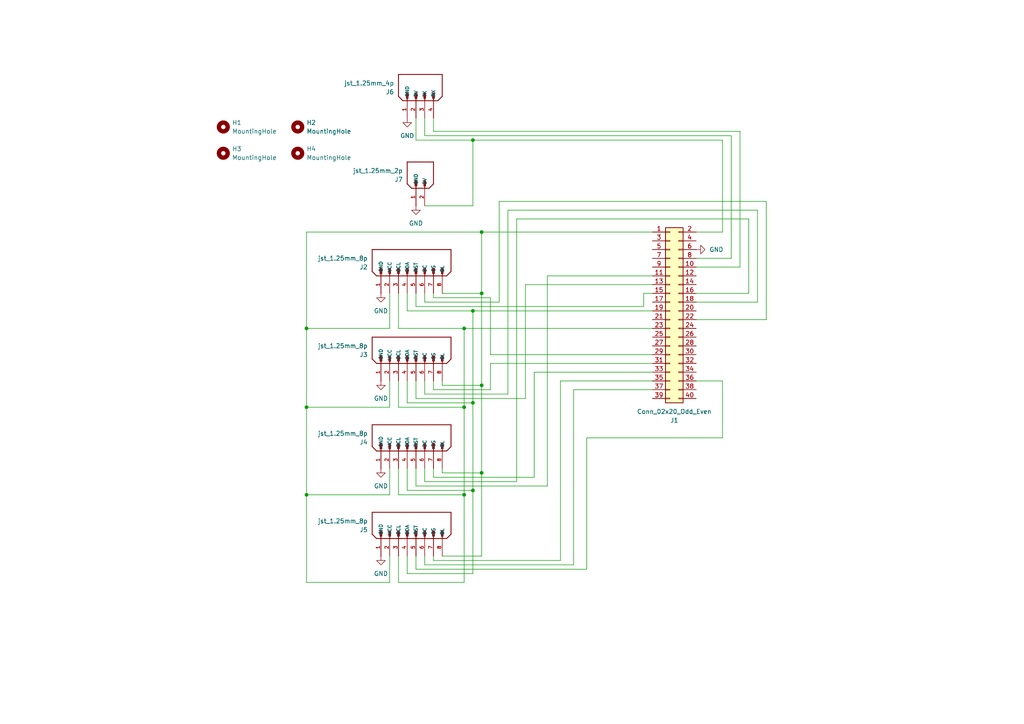
<source format=kicad_sch>
(kicad_sch
	(version 20231120)
	(generator "eeschema")
	(generator_version "8.0")
	(uuid "a27b0c64-b569-4751-9ac5-f6e9f59dee61")
	(paper "A4")
	(lib_symbols
		(symbol "Connector_Generic:Conn_02x20_Odd_Even"
			(pin_names
				(offset 1.016) hide)
			(exclude_from_sim no)
			(in_bom yes)
			(on_board yes)
			(property "Reference" "J1"
				(at 1.27 -31.75 0)
				(effects
					(font
						(size 1.27 1.27)
					)
				)
			)
			(property "Value" "Conn_02x20_Odd_Even"
				(at 1.27 -29.21 0)
				(effects
					(font
						(size 1.27 1.27)
					)
				)
			)
			(property "Footprint" ""
				(at 0 0 0)
				(effects
					(font
						(size 1.27 1.27)
					)
					(hide yes)
				)
			)
			(property "Datasheet" ""
				(at 0 0 0)
				(effects
					(font
						(size 1.27 1.27)
					)
					(hide yes)
				)
			)
			(property "Description" ""
				(at 0 0 0)
				(effects
					(font
						(size 1.27 1.27)
					)
					(hide yes)
				)
			)
			(property "ki_keywords" "connector"
				(at 0 0 0)
				(effects
					(font
						(size 1.27 1.27)
					)
					(hide yes)
				)
			)
			(property "ki_fp_filters" "Connector*:*_2x??_*"
				(at 0 0 0)
				(effects
					(font
						(size 1.27 1.27)
					)
					(hide yes)
				)
			)
			(symbol "Conn_02x20_Odd_Even_1_1"
				(rectangle
					(start -1.27 -25.273)
					(end 0 -25.527)
					(stroke
						(width 0.1524)
						(type default)
					)
					(fill
						(type none)
					)
				)
				(rectangle
					(start -1.27 -22.733)
					(end 0 -22.987)
					(stroke
						(width 0.1524)
						(type default)
					)
					(fill
						(type none)
					)
				)
				(rectangle
					(start -1.27 -20.193)
					(end 0 -20.447)
					(stroke
						(width 0.1524)
						(type default)
					)
					(fill
						(type none)
					)
				)
				(rectangle
					(start -1.27 -17.653)
					(end 0 -17.907)
					(stroke
						(width 0.1524)
						(type default)
					)
					(fill
						(type none)
					)
				)
				(rectangle
					(start -1.27 -15.113)
					(end 0 -15.367)
					(stroke
						(width 0.1524)
						(type default)
					)
					(fill
						(type none)
					)
				)
				(rectangle
					(start -1.27 -12.573)
					(end 0 -12.827)
					(stroke
						(width 0.1524)
						(type default)
					)
					(fill
						(type none)
					)
				)
				(rectangle
					(start -1.27 -10.033)
					(end 0 -10.287)
					(stroke
						(width 0.1524)
						(type default)
					)
					(fill
						(type none)
					)
				)
				(rectangle
					(start -1.27 -7.493)
					(end 0 -7.747)
					(stroke
						(width 0.1524)
						(type default)
					)
					(fill
						(type none)
					)
				)
				(rectangle
					(start -1.27 -4.953)
					(end 0 -5.207)
					(stroke
						(width 0.1524)
						(type default)
					)
					(fill
						(type none)
					)
				)
				(rectangle
					(start -1.27 -2.413)
					(end 0 -2.667)
					(stroke
						(width 0.1524)
						(type default)
					)
					(fill
						(type none)
					)
				)
				(rectangle
					(start -1.27 0.127)
					(end 0 -0.127)
					(stroke
						(width 0.1524)
						(type default)
					)
					(fill
						(type none)
					)
				)
				(rectangle
					(start -1.27 2.667)
					(end 0 2.413)
					(stroke
						(width 0.1524)
						(type default)
					)
					(fill
						(type none)
					)
				)
				(rectangle
					(start -1.27 5.207)
					(end 0 4.953)
					(stroke
						(width 0.1524)
						(type default)
					)
					(fill
						(type none)
					)
				)
				(rectangle
					(start -1.27 7.747)
					(end 0 7.493)
					(stroke
						(width 0.1524)
						(type default)
					)
					(fill
						(type none)
					)
				)
				(rectangle
					(start -1.27 10.287)
					(end 0 10.033)
					(stroke
						(width 0.1524)
						(type default)
					)
					(fill
						(type none)
					)
				)
				(rectangle
					(start -1.27 12.827)
					(end 0 12.573)
					(stroke
						(width 0.1524)
						(type default)
					)
					(fill
						(type none)
					)
				)
				(rectangle
					(start -1.27 15.367)
					(end 0 15.113)
					(stroke
						(width 0.1524)
						(type default)
					)
					(fill
						(type none)
					)
				)
				(rectangle
					(start -1.27 17.907)
					(end 0 17.653)
					(stroke
						(width 0.1524)
						(type default)
					)
					(fill
						(type none)
					)
				)
				(rectangle
					(start -1.27 20.447)
					(end 0 20.193)
					(stroke
						(width 0.1524)
						(type default)
					)
					(fill
						(type none)
					)
				)
				(rectangle
					(start -1.27 22.987)
					(end 0 22.733)
					(stroke
						(width 0.1524)
						(type default)
					)
					(fill
						(type none)
					)
				)
				(rectangle
					(start -1.27 24.13)
					(end 3.81 -26.67)
					(stroke
						(width 0.254)
						(type default)
					)
					(fill
						(type background)
					)
				)
				(rectangle
					(start 2.54 20.447)
					(end 3.81 20.193)
					(stroke
						(width 0.1524)
						(type default)
					)
					(fill
						(type none)
					)
				)
				(rectangle
					(start 2.54 22.987)
					(end 3.81 22.733)
					(stroke
						(width 0.1524)
						(type default)
					)
					(fill
						(type none)
					)
				)
				(rectangle
					(start 3.81 -25.273)
					(end 2.54 -25.527)
					(stroke
						(width 0.1524)
						(type default)
					)
					(fill
						(type none)
					)
				)
				(rectangle
					(start 3.81 -22.733)
					(end 2.54 -22.987)
					(stroke
						(width 0.1524)
						(type default)
					)
					(fill
						(type none)
					)
				)
				(rectangle
					(start 3.81 -20.193)
					(end 2.54 -20.447)
					(stroke
						(width 0.1524)
						(type default)
					)
					(fill
						(type none)
					)
				)
				(rectangle
					(start 3.81 -17.653)
					(end 2.54 -17.907)
					(stroke
						(width 0.1524)
						(type default)
					)
					(fill
						(type none)
					)
				)
				(rectangle
					(start 3.81 -15.113)
					(end 2.54 -15.367)
					(stroke
						(width 0.1524)
						(type default)
					)
					(fill
						(type none)
					)
				)
				(rectangle
					(start 3.81 -12.573)
					(end 2.54 -12.827)
					(stroke
						(width 0.1524)
						(type default)
					)
					(fill
						(type none)
					)
				)
				(rectangle
					(start 3.81 -10.033)
					(end 2.54 -10.287)
					(stroke
						(width 0.1524)
						(type default)
					)
					(fill
						(type none)
					)
				)
				(rectangle
					(start 3.81 -7.493)
					(end 2.54 -7.747)
					(stroke
						(width 0.1524)
						(type default)
					)
					(fill
						(type none)
					)
				)
				(rectangle
					(start 3.81 -4.953)
					(end 2.54 -5.207)
					(stroke
						(width 0.1524)
						(type default)
					)
					(fill
						(type none)
					)
				)
				(rectangle
					(start 3.81 -2.413)
					(end 2.54 -2.667)
					(stroke
						(width 0.1524)
						(type default)
					)
					(fill
						(type none)
					)
				)
				(rectangle
					(start 3.81 0.127)
					(end 2.54 -0.127)
					(stroke
						(width 0.1524)
						(type default)
					)
					(fill
						(type none)
					)
				)
				(rectangle
					(start 3.81 2.667)
					(end 2.54 2.413)
					(stroke
						(width 0.1524)
						(type default)
					)
					(fill
						(type none)
					)
				)
				(rectangle
					(start 3.81 5.207)
					(end 2.54 4.953)
					(stroke
						(width 0.1524)
						(type default)
					)
					(fill
						(type none)
					)
				)
				(rectangle
					(start 3.81 7.747)
					(end 2.54 7.493)
					(stroke
						(width 0.1524)
						(type default)
					)
					(fill
						(type none)
					)
				)
				(rectangle
					(start 3.81 10.287)
					(end 2.54 10.033)
					(stroke
						(width 0.1524)
						(type default)
					)
					(fill
						(type none)
					)
				)
				(rectangle
					(start 3.81 12.827)
					(end 2.54 12.573)
					(stroke
						(width 0.1524)
						(type default)
					)
					(fill
						(type none)
					)
				)
				(rectangle
					(start 3.81 15.367)
					(end 2.54 15.113)
					(stroke
						(width 0.1524)
						(type default)
					)
					(fill
						(type none)
					)
				)
				(rectangle
					(start 3.81 17.907)
					(end 2.54 17.653)
					(stroke
						(width 0.1524)
						(type default)
					)
					(fill
						(type none)
					)
				)
				(pin passive line
					(at -5.08 22.86 0)
					(length 3.81)
					(name "3.3V"
						(effects
							(font
								(size 1.27 1.27)
							)
						)
					)
					(number "1"
						(effects
							(font
								(size 1.27 1.27)
							)
						)
					)
				)
				(pin passive line
					(at 7.62 12.7 180)
					(length 3.81)
					(name "Pin_10"
						(effects
							(font
								(size 1.27 1.27)
							)
						)
					)
					(number "10"
						(effects
							(font
								(size 1.27 1.27)
							)
						)
					)
				)
				(pin passive line
					(at -5.08 10.16 0)
					(length 3.81)
					(name "DP3_RST"
						(effects
							(font
								(size 1.27 1.27)
							)
						)
					)
					(number "11"
						(effects
							(font
								(size 1.27 1.27)
							)
						)
					)
				)
				(pin passive line
					(at 7.62 10.16 180)
					(length 3.81)
					(name "Pin_12"
						(effects
							(font
								(size 1.27 1.27)
							)
						)
					)
					(number "12"
						(effects
							(font
								(size 1.27 1.27)
							)
						)
					)
				)
				(pin passive line
					(at -5.08 7.62 0)
					(length 3.81)
					(name "DP2_RST"
						(effects
							(font
								(size 1.27 1.27)
							)
						)
					)
					(number "13"
						(effects
							(font
								(size 1.27 1.27)
							)
						)
					)
				)
				(pin passive line
					(at 7.62 7.62 180)
					(length 3.81)
					(name "Pin_14"
						(effects
							(font
								(size 1.27 1.27)
							)
						)
					)
					(number "14"
						(effects
							(font
								(size 1.27 1.27)
							)
						)
					)
				)
				(pin passive line
					(at -5.08 5.08 0)
					(length 3.81)
					(name "DP1_RST"
						(effects
							(font
								(size 1.27 1.27)
							)
						)
					)
					(number "15"
						(effects
							(font
								(size 1.27 1.27)
							)
						)
					)
				)
				(pin passive line
					(at 7.62 5.08 180)
					(length 3.81)
					(name "DP3_DC"
						(effects
							(font
								(size 1.27 1.27)
							)
						)
					)
					(number "16"
						(effects
							(font
								(size 1.27 1.27)
							)
						)
					)
				)
				(pin passive line
					(at -5.08 2.54 0)
					(length 3.81)
					(name "Pin_17"
						(effects
							(font
								(size 1.27 1.27)
							)
						)
					)
					(number "17"
						(effects
							(font
								(size 1.27 1.27)
							)
						)
					)
				)
				(pin passive line
					(at 7.62 2.54 180)
					(length 3.81)
					(name "DP2_DC"
						(effects
							(font
								(size 1.27 1.27)
							)
						)
					)
					(number "18"
						(effects
							(font
								(size 1.27 1.27)
							)
						)
					)
				)
				(pin passive line
					(at -5.08 0 0)
					(length 3.81)
					(name "SDA"
						(effects
							(font
								(size 1.27 1.27)
							)
						)
					)
					(number "19"
						(effects
							(font
								(size 1.27 1.27)
							)
						)
					)
				)
				(pin passive line
					(at 7.62 22.86 180)
					(length 3.81)
					(name "5V"
						(effects
							(font
								(size 1.27 1.27)
							)
						)
					)
					(number "2"
						(effects
							(font
								(size 1.27 1.27)
							)
						)
					)
				)
				(pin passive line
					(at 7.62 0 180)
					(length 3.81)
					(name "Pin_20"
						(effects
							(font
								(size 1.27 1.27)
							)
						)
					)
					(number "20"
						(effects
							(font
								(size 1.27 1.27)
							)
						)
					)
				)
				(pin passive line
					(at -5.08 -2.54 0)
					(length 3.81)
					(name "Pin_21"
						(effects
							(font
								(size 1.27 1.27)
							)
						)
					)
					(number "21"
						(effects
							(font
								(size 1.27 1.27)
							)
						)
					)
				)
				(pin passive line
					(at 7.62 -2.54 180)
					(length 3.81)
					(name "DP1_DC"
						(effects
							(font
								(size 1.27 1.27)
							)
						)
					)
					(number "22"
						(effects
							(font
								(size 1.27 1.27)
							)
						)
					)
				)
				(pin passive line
					(at -5.08 -5.08 0)
					(length 3.81)
					(name "SCK"
						(effects
							(font
								(size 1.27 1.27)
							)
						)
					)
					(number "23"
						(effects
							(font
								(size 1.27 1.27)
							)
						)
					)
				)
				(pin passive line
					(at 7.62 -5.08 180)
					(length 3.81)
					(name "Pin_24"
						(effects
							(font
								(size 1.27 1.27)
							)
						)
					)
					(number "24"
						(effects
							(font
								(size 1.27 1.27)
							)
						)
					)
				)
				(pin passive line
					(at -5.08 -7.62 0)
					(length 3.81)
					(name "Pin_25"
						(effects
							(font
								(size 1.27 1.27)
							)
						)
					)
					(number "25"
						(effects
							(font
								(size 1.27 1.27)
							)
						)
					)
				)
				(pin passive line
					(at 7.62 -7.62 180)
					(length 3.81)
					(name "Pin_26"
						(effects
							(font
								(size 1.27 1.27)
							)
						)
					)
					(number "26"
						(effects
							(font
								(size 1.27 1.27)
							)
						)
					)
				)
				(pin passive line
					(at -5.08 -10.16 0)
					(length 3.81)
					(name "Pin_27"
						(effects
							(font
								(size 1.27 1.27)
							)
						)
					)
					(number "27"
						(effects
							(font
								(size 1.27 1.27)
							)
						)
					)
				)
				(pin passive line
					(at 7.62 -10.16 180)
					(length 3.81)
					(name "Pin_28"
						(effects
							(font
								(size 1.27 1.27)
							)
						)
					)
					(number "28"
						(effects
							(font
								(size 1.27 1.27)
							)
						)
					)
				)
				(pin passive line
					(at -5.08 -12.7 0)
					(length 3.81)
					(name "DP1_CS"
						(effects
							(font
								(size 1.27 1.27)
							)
						)
					)
					(number "29"
						(effects
							(font
								(size 1.27 1.27)
							)
						)
					)
				)
				(pin passive line
					(at -5.08 20.32 0)
					(length 3.81)
					(name "Pin_3"
						(effects
							(font
								(size 1.27 1.27)
							)
						)
					)
					(number "3"
						(effects
							(font
								(size 1.27 1.27)
							)
						)
					)
				)
				(pin passive line
					(at 7.62 -12.7 180)
					(length 3.81)
					(name "Pin_30"
						(effects
							(font
								(size 1.27 1.27)
							)
						)
					)
					(number "30"
						(effects
							(font
								(size 1.27 1.27)
							)
						)
					)
				)
				(pin passive line
					(at -5.08 -15.24 0)
					(length 3.81)
					(name "DP2_CS"
						(effects
							(font
								(size 1.27 1.27)
							)
						)
					)
					(number "31"
						(effects
							(font
								(size 1.27 1.27)
							)
						)
					)
				)
				(pin passive line
					(at 7.62 -15.24 180)
					(length 3.81)
					(name "Pin_32"
						(effects
							(font
								(size 1.27 1.27)
							)
						)
					)
					(number "32"
						(effects
							(font
								(size 1.27 1.27)
							)
						)
					)
				)
				(pin passive line
					(at -5.08 -17.78 0)
					(length 3.81)
					(name "DP3_CS"
						(effects
							(font
								(size 1.27 1.27)
							)
						)
					)
					(number "33"
						(effects
							(font
								(size 1.27 1.27)
							)
						)
					)
				)
				(pin passive line
					(at 7.62 -17.78 180)
					(length 3.81)
					(name "Pin_34"
						(effects
							(font
								(size 1.27 1.27)
							)
						)
					)
					(number "34"
						(effects
							(font
								(size 1.27 1.27)
							)
						)
					)
				)
				(pin passive line
					(at -5.08 -20.32 0)
					(length 3.81)
					(name "DP4_CS"
						(effects
							(font
								(size 1.27 1.27)
							)
						)
					)
					(number "35"
						(effects
							(font
								(size 1.27 1.27)
							)
						)
					)
				)
				(pin passive line
					(at 7.62 -20.32 180)
					(length 3.81)
					(name "DP4_RST"
						(effects
							(font
								(size 1.27 1.27)
							)
						)
					)
					(number "36"
						(effects
							(font
								(size 1.27 1.27)
							)
						)
					)
				)
				(pin passive line
					(at -5.08 -22.86 0)
					(length 3.81)
					(name "DP4_DC"
						(effects
							(font
								(size 1.27 1.27)
							)
						)
					)
					(number "37"
						(effects
							(font
								(size 1.27 1.27)
							)
						)
					)
				)
				(pin passive line
					(at 7.62 -22.86 180)
					(length 3.81)
					(name "Pin_38"
						(effects
							(font
								(size 1.27 1.27)
							)
						)
					)
					(number "38"
						(effects
							(font
								(size 1.27 1.27)
							)
						)
					)
				)
				(pin passive line
					(at -5.08 -25.4 0)
					(length 3.81)
					(name "Pin_39"
						(effects
							(font
								(size 1.27 1.27)
							)
						)
					)
					(number "39"
						(effects
							(font
								(size 1.27 1.27)
							)
						)
					)
				)
				(pin passive line
					(at 7.62 20.32 180)
					(length 3.81)
					(name "5V"
						(effects
							(font
								(size 1.27 1.27)
							)
						)
					)
					(number "4"
						(effects
							(font
								(size 1.27 1.27)
							)
						)
					)
				)
				(pin passive line
					(at 7.62 -25.4 180)
					(length 3.81)
					(name "Pin_40"
						(effects
							(font
								(size 1.27 1.27)
							)
						)
					)
					(number "40"
						(effects
							(font
								(size 1.27 1.27)
							)
						)
					)
				)
				(pin passive line
					(at -5.08 17.78 0)
					(length 3.81)
					(name "Pin_5"
						(effects
							(font
								(size 1.27 1.27)
							)
						)
					)
					(number "5"
						(effects
							(font
								(size 1.27 1.27)
							)
						)
					)
				)
				(pin passive line
					(at 7.62 17.78 180)
					(length 3.81)
					(name "GND"
						(effects
							(font
								(size 1.27 1.27)
							)
						)
					)
					(number "6"
						(effects
							(font
								(size 1.27 1.27)
							)
						)
					)
				)
				(pin passive line
					(at -5.08 15.24 0)
					(length 3.81)
					(name "Pin_7"
						(effects
							(font
								(size 1.27 1.27)
							)
						)
					)
					(number "7"
						(effects
							(font
								(size 1.27 1.27)
							)
						)
					)
				)
				(pin passive line
					(at 7.62 15.24 180)
					(length 3.81)
					(name "Pin_8"
						(effects
							(font
								(size 1.27 1.27)
							)
						)
					)
					(number "8"
						(effects
							(font
								(size 1.27 1.27)
							)
						)
					)
				)
				(pin passive line
					(at -5.08 12.7 0)
					(length 3.81)
					(name "Pin_9"
						(effects
							(font
								(size 1.27 1.27)
							)
						)
					)
					(number "9"
						(effects
							(font
								(size 1.27 1.27)
							)
						)
					)
				)
			)
		)
		(symbol "Custom:jst_1.25mm_2p"
			(pin_names
				(offset 1.016)
			)
			(exclude_from_sim no)
			(in_bom yes)
			(on_board yes)
			(property "Reference" "J7"
				(at 2.5399 5.08 90)
				(effects
					(font
						(size 1.27 1.27)
					)
					(justify left)
				)
			)
			(property "Value" "jst_1.25mm_2p"
				(at 5.0799 5.08 90)
				(effects
					(font
						(size 1.27 1.27)
					)
					(justify left)
				)
			)
			(property "Footprint" ""
				(at 0.508 7.874 0)
				(effects
					(font
						(size 1.27 1.27)
					)
					(justify bottom)
					(hide yes)
				)
			)
			(property "Datasheet" ""
				(at 0 -1.27 0)
				(effects
					(font
						(size 1.27 1.27)
					)
					(hide yes)
				)
			)
			(property "Description" ""
				(at 0 -1.27 0)
				(effects
					(font
						(size 1.27 1.27)
					)
					(hide yes)
				)
			)
			(property "PARTREV" ""
				(at -11.176 -0.508 0)
				(effects
					(font
						(size 1.27 1.27)
					)
					(justify bottom)
					(hide yes)
				)
			)
			(property "STANDARD" ""
				(at 0.762 6.096 0)
				(effects
					(font
						(size 1.27 1.27)
					)
					(justify bottom)
					(hide yes)
				)
			)
			(property "MAXIMUM_PACKAGE_HEIGHT" ""
				(at -9.652 -5.334 0)
				(effects
					(font
						(size 1.27 1.27)
					)
					(justify bottom)
					(hide yes)
				)
			)
			(property "MANUFACTURER" ""
				(at -10.16 -7.366 0)
				(effects
					(font
						(size 1.27 1.27)
					)
					(justify bottom)
					(hide yes)
				)
			)
			(symbol "jst_1.25mm_2p_0_0"
				(polyline
					(pts
						(xy 0 -2.54) (xy 1.27 -3.81)
					)
					(stroke
						(width 0.254)
						(type default)
					)
					(fill
						(type none)
					)
				)
				(polyline
					(pts
						(xy 0 -1.27) (xy 1.905 -1.27)
					)
					(stroke
						(width 0.254)
						(type default)
					)
					(fill
						(type none)
					)
				)
				(polyline
					(pts
						(xy 0 1.27) (xy 1.905 1.27)
					)
					(stroke
						(width 0.254)
						(type default)
					)
					(fill
						(type none)
					)
				)
				(polyline
					(pts
						(xy 0 2.54) (xy 0 -2.54)
					)
					(stroke
						(width 0.254)
						(type default)
					)
					(fill
						(type none)
					)
				)
				(polyline
					(pts
						(xy 0 2.54) (xy 1.27 3.81)
					)
					(stroke
						(width 0.254)
						(type default)
					)
					(fill
						(type none)
					)
				)
				(polyline
					(pts
						(xy 1.27 -3.81) (xy 7.62 -3.81)
					)
					(stroke
						(width 0.254)
						(type default)
					)
					(fill
						(type none)
					)
				)
				(polyline
					(pts
						(xy 7.62 -3.81) (xy 7.62 3.81)
					)
					(stroke
						(width 0.254)
						(type default)
					)
					(fill
						(type none)
					)
				)
				(polyline
					(pts
						(xy 7.62 3.81) (xy 1.27 3.81)
					)
					(stroke
						(width 0.254)
						(type default)
					)
					(fill
						(type none)
					)
				)
				(rectangle
					(start 0.635 -1.5875)
					(end 2.2225 -0.9525)
					(stroke
						(width 0.1)
						(type default)
					)
					(fill
						(type outline)
					)
				)
				(rectangle
					(start 0.635 0.9525)
					(end 2.2225 1.5875)
					(stroke
						(width 0.1)
						(type default)
					)
					(fill
						(type outline)
					)
				)
				(pin passive line
					(at -5.08 1.27 0)
					(length 5.08)
					(name "GND"
						(effects
							(font
								(size 1.016 1.016)
							)
						)
					)
					(number "1"
						(effects
							(font
								(size 1.016 1.016)
							)
						)
					)
				)
				(pin passive line
					(at -5.08 -1.27 0)
					(length 5.08)
					(name "5V"
						(effects
							(font
								(size 1.016 1.016)
							)
						)
					)
					(number "2"
						(effects
							(font
								(size 1.016 1.016)
							)
						)
					)
				)
			)
		)
		(symbol "Custom:jst_1.25mm_4p"
			(pin_names
				(offset 1.016)
			)
			(exclude_from_sim no)
			(in_bom yes)
			(on_board yes)
			(property "Reference" "J6"
				(at 2.5399 6.35 90)
				(effects
					(font
						(size 1.27 1.27)
					)
					(justify left)
				)
			)
			(property "Value" "jst_1.25mm_4p"
				(at 5.0799 6.35 90)
				(effects
					(font
						(size 1.27 1.27)
					)
					(justify left)
				)
			)
			(property "Footprint" ""
				(at 0 0 0)
				(effects
					(font
						(size 1.27 1.27)
					)
					(justify bottom)
					(hide yes)
				)
			)
			(property "Datasheet" ""
				(at 0 0 0)
				(effects
					(font
						(size 1.27 1.27)
					)
					(hide yes)
				)
			)
			(property "Description" ""
				(at 0 0 0)
				(effects
					(font
						(size 1.27 1.27)
					)
					(hide yes)
				)
			)
			(property "PARTREV" ""
				(at 0 0 0)
				(effects
					(font
						(size 1.27 1.27)
					)
					(justify bottom)
					(hide yes)
				)
			)
			(property "STANDARD" ""
				(at 0 0 0)
				(effects
					(font
						(size 1.27 1.27)
					)
					(justify bottom)
					(hide yes)
				)
			)
			(property "MAXIMUM_PACKAGE_HEIGHT" ""
				(at 0 0 0)
				(effects
					(font
						(size 1.27 1.27)
					)
					(justify bottom)
					(hide yes)
				)
			)
			(property "MANUFACTURER" ""
				(at 0 0 0)
				(effects
					(font
						(size 1.27 1.27)
					)
					(justify bottom)
					(hide yes)
				)
			)
			(symbol "jst_1.25mm_4p_0_0"
				(polyline
					(pts
						(xy 0 -6.35) (xy 1.27 -7.62)
					)
					(stroke
						(width 0.254)
						(type default)
					)
					(fill
						(type none)
					)
				)
				(polyline
					(pts
						(xy 0 -5.08) (xy 1.905 -5.08)
					)
					(stroke
						(width 0.254)
						(type default)
					)
					(fill
						(type none)
					)
				)
				(polyline
					(pts
						(xy 0 -2.54) (xy 1.905 -2.54)
					)
					(stroke
						(width 0.254)
						(type default)
					)
					(fill
						(type none)
					)
				)
				(polyline
					(pts
						(xy 0 0) (xy 1.905 0)
					)
					(stroke
						(width 0.254)
						(type default)
					)
					(fill
						(type none)
					)
				)
				(polyline
					(pts
						(xy 0 2.54) (xy 1.905 2.54)
					)
					(stroke
						(width 0.254)
						(type default)
					)
					(fill
						(type none)
					)
				)
				(polyline
					(pts
						(xy 0 3.81) (xy 0 -6.35)
					)
					(stroke
						(width 0.254)
						(type default)
					)
					(fill
						(type none)
					)
				)
				(polyline
					(pts
						(xy 0 3.81) (xy 1.27 5.08)
					)
					(stroke
						(width 0.254)
						(type default)
					)
					(fill
						(type none)
					)
				)
				(polyline
					(pts
						(xy 1.27 -7.62) (xy 7.62 -7.62)
					)
					(stroke
						(width 0.254)
						(type default)
					)
					(fill
						(type none)
					)
				)
				(polyline
					(pts
						(xy 7.62 -7.62) (xy 7.62 5.08)
					)
					(stroke
						(width 0.254)
						(type default)
					)
					(fill
						(type none)
					)
				)
				(polyline
					(pts
						(xy 7.62 5.08) (xy 1.27 5.08)
					)
					(stroke
						(width 0.254)
						(type default)
					)
					(fill
						(type none)
					)
				)
				(rectangle
					(start 0.635 -5.3975)
					(end 2.2225 -4.7625)
					(stroke
						(width 0.1)
						(type default)
					)
					(fill
						(type outline)
					)
				)
				(rectangle
					(start 0.635 -2.8575)
					(end 2.2225 -2.2225)
					(stroke
						(width 0.1)
						(type default)
					)
					(fill
						(type outline)
					)
				)
				(rectangle
					(start 0.635 -0.3175)
					(end 2.2225 0.3175)
					(stroke
						(width 0.1)
						(type default)
					)
					(fill
						(type outline)
					)
				)
				(rectangle
					(start 0.635 2.2225)
					(end 2.2225 2.8575)
					(stroke
						(width 0.1)
						(type default)
					)
					(fill
						(type outline)
					)
				)
				(pin passive line
					(at -5.08 2.54 0)
					(length 5.08)
					(name "GND"
						(effects
							(font
								(size 1.016 1.016)
							)
						)
					)
					(number "1"
						(effects
							(font
								(size 1.016 1.016)
							)
						)
					)
				)
				(pin passive line
					(at -5.08 0 0)
					(length 5.08)
					(name "5V"
						(effects
							(font
								(size 1.016 1.016)
							)
						)
					)
					(number "2"
						(effects
							(font
								(size 1.016 1.016)
							)
						)
					)
				)
				(pin passive line
					(at -5.08 -2.54 0)
					(length 5.08)
					(name "TX"
						(effects
							(font
								(size 1.016 1.016)
							)
						)
					)
					(number "3"
						(effects
							(font
								(size 1.016 1.016)
							)
						)
					)
				)
				(pin passive line
					(at -5.08 -5.08 0)
					(length 5.08)
					(name "RX"
						(effects
							(font
								(size 1.016 1.016)
							)
						)
					)
					(number "4"
						(effects
							(font
								(size 1.016 1.016)
							)
						)
					)
				)
			)
		)
		(symbol "Mechanical:MountingHole"
			(pin_names
				(offset 1.016)
			)
			(exclude_from_sim yes)
			(in_bom no)
			(on_board yes)
			(property "Reference" "H"
				(at 0 5.08 0)
				(effects
					(font
						(size 1.27 1.27)
					)
				)
			)
			(property "Value" "MountingHole"
				(at 0 3.175 0)
				(effects
					(font
						(size 1.27 1.27)
					)
				)
			)
			(property "Footprint" ""
				(at 0 0 0)
				(effects
					(font
						(size 1.27 1.27)
					)
					(hide yes)
				)
			)
			(property "Datasheet" "~"
				(at 0 0 0)
				(effects
					(font
						(size 1.27 1.27)
					)
					(hide yes)
				)
			)
			(property "Description" "Mounting Hole without connection"
				(at 0 0 0)
				(effects
					(font
						(size 1.27 1.27)
					)
					(hide yes)
				)
			)
			(property "ki_keywords" "mounting hole"
				(at 0 0 0)
				(effects
					(font
						(size 1.27 1.27)
					)
					(hide yes)
				)
			)
			(property "ki_fp_filters" "MountingHole*"
				(at 0 0 0)
				(effects
					(font
						(size 1.27 1.27)
					)
					(hide yes)
				)
			)
			(symbol "MountingHole_0_1"
				(circle
					(center 0 0)
					(radius 1.27)
					(stroke
						(width 1.27)
						(type default)
					)
					(fill
						(type none)
					)
				)
			)
		)
		(symbol "jst_1.25mm_8p_1"
			(pin_names
				(offset 1.016)
			)
			(exclude_from_sim no)
			(in_bom yes)
			(on_board yes)
			(property "Reference" "J2"
				(at 2.5399 11.43 90)
				(effects
					(font
						(size 1.27 1.27)
					)
					(justify left)
				)
			)
			(property "Value" "jst_1.25mm_8p"
				(at 5.0799 11.43 90)
				(effects
					(font
						(size 1.27 1.27)
					)
					(justify left)
				)
			)
			(property "Footprint" ""
				(at 0 0 0)
				(effects
					(font
						(size 1.27 1.27)
					)
					(justify bottom)
					(hide yes)
				)
			)
			(property "Datasheet" ""
				(at 0 0 0)
				(effects
					(font
						(size 1.27 1.27)
					)
					(hide yes)
				)
			)
			(property "Description" ""
				(at 0 0 0)
				(effects
					(font
						(size 1.27 1.27)
					)
					(hide yes)
				)
			)
			(property "PARTREV" ""
				(at 0 0 0)
				(effects
					(font
						(size 1.27 1.27)
					)
					(justify bottom)
					(hide yes)
				)
			)
			(property "STANDARD" ""
				(at 0 0 0)
				(effects
					(font
						(size 1.27 1.27)
					)
					(justify bottom)
					(hide yes)
				)
			)
			(property "MAXIMUM_PACKAGE_HEIGHT" ""
				(at 0 0 0)
				(effects
					(font
						(size 1.27 1.27)
					)
					(justify bottom)
					(hide yes)
				)
			)
			(property "MANUFACTURER" ""
				(at 0 0 0)
				(effects
					(font
						(size 1.27 1.27)
					)
					(justify bottom)
					(hide yes)
				)
			)
			(symbol "jst_1.25mm_8p_1_0_0"
				(polyline
					(pts
						(xy 0 -11.43) (xy 1.27 -12.7)
					)
					(stroke
						(width 0.254)
						(type default)
					)
					(fill
						(type none)
					)
				)
				(polyline
					(pts
						(xy 0 -10.16) (xy 1.905 -10.16)
					)
					(stroke
						(width 0.254)
						(type default)
					)
					(fill
						(type none)
					)
				)
				(polyline
					(pts
						(xy 0 -7.62) (xy 1.905 -7.62)
					)
					(stroke
						(width 0.254)
						(type default)
					)
					(fill
						(type none)
					)
				)
				(polyline
					(pts
						(xy 0 -5.08) (xy 1.905 -5.08)
					)
					(stroke
						(width 0.254)
						(type default)
					)
					(fill
						(type none)
					)
				)
				(polyline
					(pts
						(xy 0 -2.54) (xy 1.905 -2.54)
					)
					(stroke
						(width 0.254)
						(type default)
					)
					(fill
						(type none)
					)
				)
				(polyline
					(pts
						(xy 0 0) (xy 1.905 0)
					)
					(stroke
						(width 0.254)
						(type default)
					)
					(fill
						(type none)
					)
				)
				(polyline
					(pts
						(xy 0 2.54) (xy 1.905 2.54)
					)
					(stroke
						(width 0.254)
						(type default)
					)
					(fill
						(type none)
					)
				)
				(polyline
					(pts
						(xy 0 5.08) (xy 1.905 5.08)
					)
					(stroke
						(width 0.254)
						(type default)
					)
					(fill
						(type none)
					)
				)
				(polyline
					(pts
						(xy 0 7.62) (xy 1.905 7.62)
					)
					(stroke
						(width 0.254)
						(type default)
					)
					(fill
						(type none)
					)
				)
				(polyline
					(pts
						(xy 0 8.89) (xy 0 -11.43)
					)
					(stroke
						(width 0.254)
						(type default)
					)
					(fill
						(type none)
					)
				)
				(polyline
					(pts
						(xy 0 8.89) (xy 1.27 10.16)
					)
					(stroke
						(width 0.254)
						(type default)
					)
					(fill
						(type none)
					)
				)
				(polyline
					(pts
						(xy 1.27 -12.7) (xy 7.62 -12.7)
					)
					(stroke
						(width 0.254)
						(type default)
					)
					(fill
						(type none)
					)
				)
				(polyline
					(pts
						(xy 7.62 -12.7) (xy 7.62 10.16)
					)
					(stroke
						(width 0.254)
						(type default)
					)
					(fill
						(type none)
					)
				)
				(polyline
					(pts
						(xy 7.62 10.16) (xy 1.27 10.16)
					)
					(stroke
						(width 0.254)
						(type default)
					)
					(fill
						(type none)
					)
				)
				(rectangle
					(start 0.635 -10.4775)
					(end 2.2225 -9.8425)
					(stroke
						(width 0.1)
						(type default)
					)
					(fill
						(type outline)
					)
				)
				(rectangle
					(start 0.635 -7.9375)
					(end 2.2225 -7.3025)
					(stroke
						(width 0.1)
						(type default)
					)
					(fill
						(type outline)
					)
				)
				(rectangle
					(start 0.635 -5.3975)
					(end 2.2225 -4.7625)
					(stroke
						(width 0.1)
						(type default)
					)
					(fill
						(type outline)
					)
				)
				(rectangle
					(start 0.635 -2.8575)
					(end 2.2225 -2.2225)
					(stroke
						(width 0.1)
						(type default)
					)
					(fill
						(type outline)
					)
				)
				(rectangle
					(start 0.635 -0.3175)
					(end 2.2225 0.3175)
					(stroke
						(width 0.1)
						(type default)
					)
					(fill
						(type outline)
					)
				)
				(rectangle
					(start 0.635 2.2225)
					(end 2.2225 2.8575)
					(stroke
						(width 0.1)
						(type default)
					)
					(fill
						(type outline)
					)
				)
				(rectangle
					(start 0.635 4.7625)
					(end 2.2225 5.3975)
					(stroke
						(width 0.1)
						(type default)
					)
					(fill
						(type outline)
					)
				)
				(rectangle
					(start 0.635 7.3025)
					(end 2.2225 7.9375)
					(stroke
						(width 0.1)
						(type default)
					)
					(fill
						(type outline)
					)
				)
				(pin passive line
					(at -5.08 7.62 0)
					(length 5.08)
					(name "GND"
						(effects
							(font
								(size 1.016 1.016)
							)
						)
					)
					(number "1"
						(effects
							(font
								(size 1.016 1.016)
							)
						)
					)
				)
				(pin passive line
					(at -5.08 5.08 0)
					(length 5.08)
					(name "VCC"
						(effects
							(font
								(size 1.016 1.016)
							)
						)
					)
					(number "2"
						(effects
							(font
								(size 1.016 1.016)
							)
						)
					)
				)
				(pin passive line
					(at -5.08 2.54 0)
					(length 5.08)
					(name "SCL"
						(effects
							(font
								(size 1.016 1.016)
							)
						)
					)
					(number "3"
						(effects
							(font
								(size 1.016 1.016)
							)
						)
					)
				)
				(pin passive line
					(at -5.08 0 0)
					(length 5.08)
					(name "SDA"
						(effects
							(font
								(size 1.016 1.016)
							)
						)
					)
					(number "4"
						(effects
							(font
								(size 1.016 1.016)
							)
						)
					)
				)
				(pin passive line
					(at -5.08 -2.54 0)
					(length 5.08)
					(name "RST"
						(effects
							(font
								(size 1.016 1.016)
							)
						)
					)
					(number "5"
						(effects
							(font
								(size 1.016 1.016)
							)
						)
					)
				)
				(pin passive line
					(at -5.08 -5.08 0)
					(length 5.08)
					(name "DC"
						(effects
							(font
								(size 1.016 1.016)
							)
						)
					)
					(number "6"
						(effects
							(font
								(size 1.016 1.016)
							)
						)
					)
				)
				(pin passive line
					(at -5.08 -7.62 0)
					(length 5.08)
					(name "CS"
						(effects
							(font
								(size 1.016 1.016)
							)
						)
					)
					(number "7"
						(effects
							(font
								(size 1.016 1.016)
							)
						)
					)
				)
				(pin passive line
					(at -5.08 -10.16 0)
					(length 5.08)
					(name "BL"
						(effects
							(font
								(size 1.016 1.016)
							)
						)
					)
					(number "8"
						(effects
							(font
								(size 1.016 1.016)
							)
						)
					)
				)
			)
		)
		(symbol "power:GND"
			(power)
			(pin_numbers hide)
			(pin_names
				(offset 0) hide)
			(exclude_from_sim no)
			(in_bom yes)
			(on_board yes)
			(property "Reference" "#PWR"
				(at 0 -6.35 0)
				(effects
					(font
						(size 1.27 1.27)
					)
					(hide yes)
				)
			)
			(property "Value" "GND"
				(at 0 -3.81 0)
				(effects
					(font
						(size 1.27 1.27)
					)
				)
			)
			(property "Footprint" ""
				(at 0 0 0)
				(effects
					(font
						(size 1.27 1.27)
					)
					(hide yes)
				)
			)
			(property "Datasheet" ""
				(at 0 0 0)
				(effects
					(font
						(size 1.27 1.27)
					)
					(hide yes)
				)
			)
			(property "Description" "Power symbol creates a global label with name \"GND\" , ground"
				(at 0 0 0)
				(effects
					(font
						(size 1.27 1.27)
					)
					(hide yes)
				)
			)
			(property "ki_keywords" "global power"
				(at 0 0 0)
				(effects
					(font
						(size 1.27 1.27)
					)
					(hide yes)
				)
			)
			(symbol "GND_0_1"
				(polyline
					(pts
						(xy 0 0) (xy 0 -1.27) (xy 1.27 -1.27) (xy 0 -2.54) (xy -1.27 -1.27) (xy 0 -1.27)
					)
					(stroke
						(width 0)
						(type default)
					)
					(fill
						(type none)
					)
				)
			)
			(symbol "GND_1_1"
				(pin power_in line
					(at 0 0 270)
					(length 0)
					(name "~"
						(effects
							(font
								(size 1.27 1.27)
							)
						)
					)
					(number "1"
						(effects
							(font
								(size 1.27 1.27)
							)
						)
					)
				)
			)
		)
	)
	(junction
		(at 134.62 95.25)
		(diameter 0)
		(color 0 0 0 0)
		(uuid "13f4d8ec-5d72-4fd1-bc92-55898636fa04")
	)
	(junction
		(at 137.16 40.64)
		(diameter 0)
		(color 0 0 0 0)
		(uuid "1aac097e-25e1-43b9-b747-b32adeb05574")
	)
	(junction
		(at 137.16 90.17)
		(diameter 0)
		(color 0 0 0 0)
		(uuid "24906a98-9aa2-4971-bf7f-0ce4a4695578")
	)
	(junction
		(at 88.9 118.11)
		(diameter 0)
		(color 0 0 0 0)
		(uuid "362acf86-45a8-41f5-85ac-956e7a6df8e6")
	)
	(junction
		(at 134.62 143.51)
		(diameter 0)
		(color 0 0 0 0)
		(uuid "500ca3b4-cc81-4768-a7d7-9cb04aae5cec")
	)
	(junction
		(at 137.16 116.84)
		(diameter 0)
		(color 0 0 0 0)
		(uuid "5a63001e-db03-4036-94c2-53d46eb3401b")
	)
	(junction
		(at 88.9 95.25)
		(diameter 0)
		(color 0 0 0 0)
		(uuid "69de1695-5b0e-4360-a5c1-ccfb1806f18b")
	)
	(junction
		(at 134.62 118.11)
		(diameter 0)
		(color 0 0 0 0)
		(uuid "6bc81e87-78ea-406b-baac-151bf1d404ec")
	)
	(junction
		(at 88.9 143.51)
		(diameter 0)
		(color 0 0 0 0)
		(uuid "6f715e3a-e1d2-44da-896e-aefa128674af")
	)
	(junction
		(at 139.7 85.09)
		(diameter 0)
		(color 0 0 0 0)
		(uuid "8f994cfa-9523-40ab-96f0-04bc14c1bb4f")
	)
	(junction
		(at 139.7 111.76)
		(diameter 0)
		(color 0 0 0 0)
		(uuid "96bb1a39-d06b-41cb-89b1-af7af21c6342")
	)
	(junction
		(at 139.7 67.31)
		(diameter 0)
		(color 0 0 0 0)
		(uuid "c4641121-a154-455d-95df-77f56da1bfa2")
	)
	(junction
		(at 137.16 142.24)
		(diameter 0)
		(color 0 0 0 0)
		(uuid "c498e327-354d-418d-a900-1304c0d3fff4")
	)
	(junction
		(at 139.7 137.16)
		(diameter 0)
		(color 0 0 0 0)
		(uuid "e7f8ea44-fafc-4e4a-8dbe-b073a054bf78")
	)
	(wire
		(pts
			(xy 128.27 137.16) (xy 139.7 137.16)
		)
		(stroke
			(width 0)
			(type default)
		)
		(uuid "0167e63b-c8c5-426a-8c05-5ba6897ac53a")
	)
	(wire
		(pts
			(xy 120.65 140.97) (xy 120.65 135.89)
		)
		(stroke
			(width 0)
			(type default)
		)
		(uuid "02867c8d-594a-4499-ae36-3c0e345734ba")
	)
	(wire
		(pts
			(xy 115.57 143.51) (xy 134.62 143.51)
		)
		(stroke
			(width 0)
			(type default)
		)
		(uuid "0431fd49-3c69-49a1-b0e0-4640b4e02d64")
	)
	(wire
		(pts
			(xy 201.93 92.71) (xy 222.25 92.71)
		)
		(stroke
			(width 0)
			(type default)
		)
		(uuid "049b7fea-4a8d-4cfc-8d54-6513c41d5454")
	)
	(wire
		(pts
			(xy 128.27 111.76) (xy 128.27 110.49)
		)
		(stroke
			(width 0)
			(type default)
		)
		(uuid "05f26206-f294-4c65-b446-f6ebce926905")
	)
	(wire
		(pts
			(xy 166.37 163.83) (xy 123.19 163.83)
		)
		(stroke
			(width 0)
			(type default)
		)
		(uuid "06f7ad17-411c-45dd-b26b-c49e47556aaf")
	)
	(wire
		(pts
			(xy 118.11 85.09) (xy 118.11 90.17)
		)
		(stroke
			(width 0)
			(type default)
		)
		(uuid "09a744ff-e989-450f-9616-f47acdd27872")
	)
	(wire
		(pts
			(xy 120.65 34.29) (xy 120.65 40.64)
		)
		(stroke
			(width 0)
			(type default)
		)
		(uuid "0c1d3d7c-798d-4444-b5be-0cf14aa6692f")
	)
	(wire
		(pts
			(xy 149.86 63.5) (xy 149.86 139.7)
		)
		(stroke
			(width 0)
			(type default)
		)
		(uuid "0c4d647d-d2b9-4f4e-bcd2-faffb19d64cd")
	)
	(wire
		(pts
			(xy 134.62 168.91) (xy 134.62 143.51)
		)
		(stroke
			(width 0)
			(type default)
		)
		(uuid "0cde8658-ffb2-4383-8120-d2d99e6e0a52")
	)
	(wire
		(pts
			(xy 186.69 85.09) (xy 186.69 88.9)
		)
		(stroke
			(width 0)
			(type default)
		)
		(uuid "0d901fb1-5688-44f6-b1de-4355c836e509")
	)
	(wire
		(pts
			(xy 137.16 90.17) (xy 137.16 116.84)
		)
		(stroke
			(width 0)
			(type default)
		)
		(uuid "0e5cc6c5-f0d8-49ed-bd7f-55ef72dca914")
	)
	(wire
		(pts
			(xy 201.93 110.49) (xy 209.55 110.49)
		)
		(stroke
			(width 0)
			(type default)
		)
		(uuid "118b16af-3c88-4a1d-a40a-c08da8ca1c22")
	)
	(wire
		(pts
			(xy 147.32 114.3) (xy 123.19 114.3)
		)
		(stroke
			(width 0)
			(type default)
		)
		(uuid "1241f288-6f48-4992-b0a8-b840074c444a")
	)
	(wire
		(pts
			(xy 123.19 139.7) (xy 123.19 135.89)
		)
		(stroke
			(width 0)
			(type default)
		)
		(uuid "13354641-ef75-40c1-ab99-d23fbc386e99")
	)
	(wire
		(pts
			(xy 137.16 40.64) (xy 209.55 40.64)
		)
		(stroke
			(width 0)
			(type default)
		)
		(uuid "19425488-9470-450d-90e3-7534851a8b60")
	)
	(wire
		(pts
			(xy 189.23 67.31) (xy 139.7 67.31)
		)
		(stroke
			(width 0)
			(type default)
		)
		(uuid "236e645e-4a12-4e84-901b-4710d2fee4cc")
	)
	(wire
		(pts
			(xy 113.03 85.09) (xy 113.03 95.25)
		)
		(stroke
			(width 0)
			(type default)
		)
		(uuid "24f35961-5516-47b6-b1bf-41c7c1ffe2e1")
	)
	(wire
		(pts
			(xy 125.73 86.36) (xy 125.73 85.09)
		)
		(stroke
			(width 0)
			(type default)
		)
		(uuid "27477e1f-79b6-4ea1-a0e5-0558900c6176")
	)
	(wire
		(pts
			(xy 113.03 95.25) (xy 88.9 95.25)
		)
		(stroke
			(width 0)
			(type default)
		)
		(uuid "29d83f03-b901-4e01-aad3-5e7ca6bf1b10")
	)
	(wire
		(pts
			(xy 88.9 67.31) (xy 139.7 67.31)
		)
		(stroke
			(width 0)
			(type default)
		)
		(uuid "2bc475e9-4ca5-48df-af97-0815e2b8f061")
	)
	(wire
		(pts
			(xy 212.09 39.37) (xy 212.09 74.93)
		)
		(stroke
			(width 0)
			(type default)
		)
		(uuid "2fa8cce7-2de7-45ce-8062-907c4b39c1d1")
	)
	(wire
		(pts
			(xy 113.03 135.89) (xy 113.03 143.51)
		)
		(stroke
			(width 0)
			(type default)
		)
		(uuid "3163744b-9999-432f-8955-e1a5a43688c2")
	)
	(wire
		(pts
			(xy 115.57 110.49) (xy 115.57 118.11)
		)
		(stroke
			(width 0)
			(type default)
		)
		(uuid "31a3f9d1-65c2-4a47-9b3e-b2328d180126")
	)
	(wire
		(pts
			(xy 118.11 166.37) (xy 137.16 166.37)
		)
		(stroke
			(width 0)
			(type default)
		)
		(uuid "3803bb82-8068-458a-9b37-8bc1e05afde3")
	)
	(wire
		(pts
			(xy 158.75 140.97) (xy 120.65 140.97)
		)
		(stroke
			(width 0)
			(type default)
		)
		(uuid "38b5df3e-a704-4298-bda2-be03ca091fb8")
	)
	(wire
		(pts
			(xy 147.32 60.96) (xy 147.32 114.3)
		)
		(stroke
			(width 0)
			(type default)
		)
		(uuid "393e8bbc-2060-4df1-8382-fcbbfcb1583f")
	)
	(wire
		(pts
			(xy 209.55 110.49) (xy 209.55 127)
		)
		(stroke
			(width 0)
			(type default)
		)
		(uuid "3ae10585-0bbf-4bf7-914e-48f837c82b73")
	)
	(wire
		(pts
			(xy 189.23 80.01) (xy 158.75 80.01)
		)
		(stroke
			(width 0)
			(type default)
		)
		(uuid "3b2e93f3-69bb-4dde-b72b-10313f0f9dca")
	)
	(wire
		(pts
			(xy 170.18 165.1) (xy 120.65 165.1)
		)
		(stroke
			(width 0)
			(type default)
		)
		(uuid "3cc50dbe-b075-4011-8a36-040da3a78337")
	)
	(wire
		(pts
			(xy 170.18 127) (xy 170.18 165.1)
		)
		(stroke
			(width 0)
			(type default)
		)
		(uuid "3d512e27-b16a-427e-8036-960b821edb6f")
	)
	(wire
		(pts
			(xy 139.7 85.09) (xy 139.7 111.76)
		)
		(stroke
			(width 0)
			(type default)
		)
		(uuid "4026cd8b-3174-4539-a96b-618640fa600c")
	)
	(wire
		(pts
			(xy 149.86 139.7) (xy 123.19 139.7)
		)
		(stroke
			(width 0)
			(type default)
		)
		(uuid "40bee171-3a89-4e9e-a1e0-b56c2393871a")
	)
	(wire
		(pts
			(xy 113.03 118.11) (xy 88.9 118.11)
		)
		(stroke
			(width 0)
			(type default)
		)
		(uuid "4132e972-db4a-449c-bda0-70c6a144d03f")
	)
	(wire
		(pts
			(xy 128.27 111.76) (xy 139.7 111.76)
		)
		(stroke
			(width 0)
			(type default)
		)
		(uuid "419b7679-c2e0-40f0-ae66-1b04789a0d49")
	)
	(wire
		(pts
			(xy 214.63 38.1) (xy 125.73 38.1)
		)
		(stroke
			(width 0)
			(type default)
		)
		(uuid "41ef8751-c5da-4ee6-8f05-ba7090be93d9")
	)
	(wire
		(pts
			(xy 113.03 168.91) (xy 113.03 161.29)
		)
		(stroke
			(width 0)
			(type default)
		)
		(uuid "46d77476-deef-44e1-b415-7eef12bde166")
	)
	(wire
		(pts
			(xy 123.19 39.37) (xy 212.09 39.37)
		)
		(stroke
			(width 0)
			(type default)
		)
		(uuid "476d700a-a4c7-4e4d-98f6-58abacb306ad")
	)
	(wire
		(pts
			(xy 118.11 90.17) (xy 137.16 90.17)
		)
		(stroke
			(width 0)
			(type default)
		)
		(uuid "47866fbf-1e29-4737-b019-e3abfd671ecf")
	)
	(wire
		(pts
			(xy 217.17 63.5) (xy 149.86 63.5)
		)
		(stroke
			(width 0)
			(type default)
		)
		(uuid "488eb5ef-8a58-4e1c-9d52-b610e8add940")
	)
	(wire
		(pts
			(xy 142.24 102.87) (xy 142.24 86.36)
		)
		(stroke
			(width 0)
			(type default)
		)
		(uuid "49401e23-40d5-4475-8a39-fd002fa9c4a1")
	)
	(wire
		(pts
			(xy 128.27 85.09) (xy 139.7 85.09)
		)
		(stroke
			(width 0)
			(type default)
		)
		(uuid "4a6904d1-9de7-43a8-a3c8-3e3d37b3f10b")
	)
	(wire
		(pts
			(xy 137.16 90.17) (xy 189.23 90.17)
		)
		(stroke
			(width 0)
			(type default)
		)
		(uuid "52bbadbd-b30b-4c37-bda4-5111fd336c70")
	)
	(wire
		(pts
			(xy 125.73 113.03) (xy 142.24 113.03)
		)
		(stroke
			(width 0)
			(type default)
		)
		(uuid "54026984-b259-46ca-9ade-aef1a9709f1b")
	)
	(wire
		(pts
			(xy 212.09 74.93) (xy 201.93 74.93)
		)
		(stroke
			(width 0)
			(type default)
		)
		(uuid "56d67d0c-2565-4483-b28e-4e1876a48961")
	)
	(wire
		(pts
			(xy 120.65 165.1) (xy 120.65 161.29)
		)
		(stroke
			(width 0)
			(type default)
		)
		(uuid "58baba63-703e-4cc3-9a1f-462151b6deee")
	)
	(wire
		(pts
			(xy 214.63 77.47) (xy 214.63 38.1)
		)
		(stroke
			(width 0)
			(type default)
		)
		(uuid "58cd9ef6-7b6d-4d35-9f6e-7783868f80c5")
	)
	(wire
		(pts
			(xy 118.11 161.29) (xy 118.11 166.37)
		)
		(stroke
			(width 0)
			(type default)
		)
		(uuid "5a8318ed-cc8f-4c8b-9669-d934957c0099")
	)
	(wire
		(pts
			(xy 144.78 58.42) (xy 144.78 87.63)
		)
		(stroke
			(width 0)
			(type default)
		)
		(uuid "5be4d7df-5d19-4ddd-a6b1-26141ae7ab73")
	)
	(wire
		(pts
			(xy 125.73 138.43) (xy 125.73 135.89)
		)
		(stroke
			(width 0)
			(type default)
		)
		(uuid "5c5ad3dc-1c2e-4c71-b936-010cc821ef5b")
	)
	(wire
		(pts
			(xy 139.7 111.76) (xy 139.7 137.16)
		)
		(stroke
			(width 0)
			(type default)
		)
		(uuid "60159231-f2a2-4112-9b98-941456d9daca")
	)
	(wire
		(pts
			(xy 186.69 88.9) (xy 120.65 88.9)
		)
		(stroke
			(width 0)
			(type default)
		)
		(uuid "61528ba5-86c9-48e1-b1a3-8cfa808ebcf5")
	)
	(wire
		(pts
			(xy 88.9 143.51) (xy 88.9 168.91)
		)
		(stroke
			(width 0)
			(type default)
		)
		(uuid "666b4b79-8158-4ab7-b7c7-b924c041789f")
	)
	(wire
		(pts
			(xy 137.16 59.69) (xy 137.16 40.64)
		)
		(stroke
			(width 0)
			(type default)
		)
		(uuid "6916c2a2-01f7-4e76-9150-65cfccfcfca9")
	)
	(wire
		(pts
			(xy 123.19 59.69) (xy 137.16 59.69)
		)
		(stroke
			(width 0)
			(type default)
		)
		(uuid "6937d902-760b-4ca8-9f35-b18b54935bb8")
	)
	(wire
		(pts
			(xy 154.94 107.95) (xy 154.94 138.43)
		)
		(stroke
			(width 0)
			(type default)
		)
		(uuid "69e1ca87-9439-4661-9a90-f253201d97eb")
	)
	(wire
		(pts
			(xy 88.9 95.25) (xy 88.9 118.11)
		)
		(stroke
			(width 0)
			(type default)
		)
		(uuid "6a1b5ad5-7342-4dc7-ba14-b1fd082277d7")
	)
	(wire
		(pts
			(xy 115.57 85.09) (xy 115.57 95.25)
		)
		(stroke
			(width 0)
			(type default)
		)
		(uuid "6f1b1ade-c64e-4917-9539-012fd46a8212")
	)
	(wire
		(pts
			(xy 209.55 67.31) (xy 201.93 67.31)
		)
		(stroke
			(width 0)
			(type default)
		)
		(uuid "6f7dd033-7856-47b2-a505-2f78125a327d")
	)
	(wire
		(pts
			(xy 142.24 86.36) (xy 125.73 86.36)
		)
		(stroke
			(width 0)
			(type default)
		)
		(uuid "703030fa-42f1-4303-8caa-25a08c7103bb")
	)
	(wire
		(pts
			(xy 139.7 85.09) (xy 139.7 67.31)
		)
		(stroke
			(width 0)
			(type default)
		)
		(uuid "77dc0d96-65c9-4057-897e-bb2b6fd350cc")
	)
	(wire
		(pts
			(xy 222.25 58.42) (xy 144.78 58.42)
		)
		(stroke
			(width 0)
			(type default)
		)
		(uuid "7a80b83e-84a8-4409-aed2-0313dd76f715")
	)
	(wire
		(pts
			(xy 142.24 105.41) (xy 189.23 105.41)
		)
		(stroke
			(width 0)
			(type default)
		)
		(uuid "7c5036dc-185a-401f-88f1-aef1aa05c27d")
	)
	(wire
		(pts
			(xy 219.71 87.63) (xy 219.71 60.96)
		)
		(stroke
			(width 0)
			(type default)
		)
		(uuid "826d8202-11cc-4d72-8587-95cd65a6cbec")
	)
	(wire
		(pts
			(xy 118.11 110.49) (xy 118.11 116.84)
		)
		(stroke
			(width 0)
			(type default)
		)
		(uuid "846ceb1f-e9b9-4b07-9893-4bd60c8fcab2")
	)
	(wire
		(pts
			(xy 154.94 138.43) (xy 125.73 138.43)
		)
		(stroke
			(width 0)
			(type default)
		)
		(uuid "87058f96-9fef-4135-aa5c-a0ea8e7aa290")
	)
	(wire
		(pts
			(xy 139.7 161.29) (xy 139.7 137.16)
		)
		(stroke
			(width 0)
			(type default)
		)
		(uuid "8bed9374-c17c-4452-a7dd-45ebeea29483")
	)
	(wire
		(pts
			(xy 189.23 113.03) (xy 166.37 113.03)
		)
		(stroke
			(width 0)
			(type default)
		)
		(uuid "918525c9-14d6-48e1-b57e-10db674d23d1")
	)
	(wire
		(pts
			(xy 219.71 60.96) (xy 147.32 60.96)
		)
		(stroke
			(width 0)
			(type default)
		)
		(uuid "93aa80f5-6558-4388-80ca-f4190b71fb3c")
	)
	(wire
		(pts
			(xy 115.57 95.25) (xy 134.62 95.25)
		)
		(stroke
			(width 0)
			(type default)
		)
		(uuid "98cdfa68-08cb-4282-b6f8-ca2b2cc2bf87")
	)
	(wire
		(pts
			(xy 142.24 113.03) (xy 142.24 105.41)
		)
		(stroke
			(width 0)
			(type default)
		)
		(uuid "9b0619e2-5471-4966-82d8-ef3873a5a16a")
	)
	(wire
		(pts
			(xy 115.57 135.89) (xy 115.57 143.51)
		)
		(stroke
			(width 0)
			(type default)
		)
		(uuid "9c3cfd80-1622-4063-a212-e39ee9772218")
	)
	(wire
		(pts
			(xy 189.23 110.49) (xy 162.56 110.49)
		)
		(stroke
			(width 0)
			(type default)
		)
		(uuid "9e38769f-a0f0-43ce-9432-7d8537197092")
	)
	(wire
		(pts
			(xy 217.17 85.09) (xy 217.17 63.5)
		)
		(stroke
			(width 0)
			(type default)
		)
		(uuid "a12895fa-816c-4ced-94c0-fbbed7387f0f")
	)
	(wire
		(pts
			(xy 201.93 85.09) (xy 217.17 85.09)
		)
		(stroke
			(width 0)
			(type default)
		)
		(uuid "a304e9a4-a303-44c6-b013-d35c21c50bf9")
	)
	(wire
		(pts
			(xy 113.03 143.51) (xy 88.9 143.51)
		)
		(stroke
			(width 0)
			(type default)
		)
		(uuid "a552a646-6feb-4266-bd83-f2d1ba6909d3")
	)
	(wire
		(pts
			(xy 115.57 161.29) (xy 115.57 168.91)
		)
		(stroke
			(width 0)
			(type default)
		)
		(uuid "a697d595-b6c4-41da-bca8-483bad5e7c27")
	)
	(wire
		(pts
			(xy 137.16 116.84) (xy 137.16 142.24)
		)
		(stroke
			(width 0)
			(type default)
		)
		(uuid "a6aa8bfb-c13b-4931-8b80-399eed760a34")
	)
	(wire
		(pts
			(xy 123.19 34.29) (xy 123.19 39.37)
		)
		(stroke
			(width 0)
			(type default)
		)
		(uuid "a829d6ce-ffb5-49d2-86c7-7cf94082f83d")
	)
	(wire
		(pts
			(xy 134.62 95.25) (xy 189.23 95.25)
		)
		(stroke
			(width 0)
			(type default)
		)
		(uuid "ab06df40-e758-48b4-a738-a155680d810f")
	)
	(wire
		(pts
			(xy 113.03 110.49) (xy 113.03 118.11)
		)
		(stroke
			(width 0)
			(type default)
		)
		(uuid "ad683a9f-3aec-4ac0-be3a-c820700f18ac")
	)
	(wire
		(pts
			(xy 152.4 82.55) (xy 152.4 115.57)
		)
		(stroke
			(width 0)
			(type default)
		)
		(uuid "b368fa8f-ed12-43fb-9e8e-2fce371d1c62")
	)
	(wire
		(pts
			(xy 120.65 40.64) (xy 137.16 40.64)
		)
		(stroke
			(width 0)
			(type default)
		)
		(uuid "b385a8e6-ba3e-4afd-bdda-0f341463396b")
	)
	(wire
		(pts
			(xy 134.62 95.25) (xy 134.62 118.11)
		)
		(stroke
			(width 0)
			(type default)
		)
		(uuid "b40702e2-57ca-468b-b71e-29aa5451a384")
	)
	(wire
		(pts
			(xy 125.73 113.03) (xy 125.73 110.49)
		)
		(stroke
			(width 0)
			(type default)
		)
		(uuid "b9a13a1e-48eb-4434-9662-42432e233654")
	)
	(wire
		(pts
			(xy 144.78 87.63) (xy 123.19 87.63)
		)
		(stroke
			(width 0)
			(type default)
		)
		(uuid "ba104837-4f58-42d1-a19d-2e56d20cf0e2")
	)
	(wire
		(pts
			(xy 152.4 115.57) (xy 120.65 115.57)
		)
		(stroke
			(width 0)
			(type default)
		)
		(uuid "c0090b61-6a20-4b7e-be28-427da70b5170")
	)
	(wire
		(pts
			(xy 222.25 92.71) (xy 222.25 58.42)
		)
		(stroke
			(width 0)
			(type default)
		)
		(uuid "c1ab1d7a-9fc7-4862-95b9-96b722178900")
	)
	(wire
		(pts
			(xy 189.23 85.09) (xy 186.69 85.09)
		)
		(stroke
			(width 0)
			(type default)
		)
		(uuid "c37f4ffa-cc08-4304-92fc-d2401d614faf")
	)
	(wire
		(pts
			(xy 166.37 113.03) (xy 166.37 163.83)
		)
		(stroke
			(width 0)
			(type default)
		)
		(uuid "c3e3533e-0e71-4455-81f0-aef616e1add6")
	)
	(wire
		(pts
			(xy 189.23 82.55) (xy 152.4 82.55)
		)
		(stroke
			(width 0)
			(type default)
		)
		(uuid "c768d3de-495c-438a-b0a5-5bb09f06728f")
	)
	(wire
		(pts
			(xy 118.11 135.89) (xy 118.11 142.24)
		)
		(stroke
			(width 0)
			(type default)
		)
		(uuid "c7f0fca9-d55d-46a6-bca7-d5429e83288f")
	)
	(wire
		(pts
			(xy 123.19 114.3) (xy 123.19 110.49)
		)
		(stroke
			(width 0)
			(type default)
		)
		(uuid "c8d3fafd-d1f0-4360-9d2d-324382721ef5")
	)
	(wire
		(pts
			(xy 209.55 127) (xy 170.18 127)
		)
		(stroke
			(width 0)
			(type default)
		)
		(uuid "c90e0183-4d2d-4cd2-8c58-41c1c764d719")
	)
	(wire
		(pts
			(xy 134.62 118.11) (xy 134.62 143.51)
		)
		(stroke
			(width 0)
			(type default)
		)
		(uuid "c9dc4dc8-c484-460b-b9bd-5d9119a67779")
	)
	(wire
		(pts
			(xy 115.57 168.91) (xy 134.62 168.91)
		)
		(stroke
			(width 0)
			(type default)
		)
		(uuid "ca84510a-19a6-4992-8707-5a68bf69e45a")
	)
	(wire
		(pts
			(xy 189.23 107.95) (xy 154.94 107.95)
		)
		(stroke
			(width 0)
			(type default)
		)
		(uuid "ca9804d0-ef38-48f6-acd1-017c858b1888")
	)
	(wire
		(pts
			(xy 118.11 116.84) (xy 137.16 116.84)
		)
		(stroke
			(width 0)
			(type default)
		)
		(uuid "cca962ca-e0b9-4940-b14e-8d38fdaa2626")
	)
	(wire
		(pts
			(xy 123.19 87.63) (xy 123.19 85.09)
		)
		(stroke
			(width 0)
			(type default)
		)
		(uuid "cd572063-96a1-4ee1-b8b6-7436bf95e8e2")
	)
	(wire
		(pts
			(xy 137.16 166.37) (xy 137.16 142.24)
		)
		(stroke
			(width 0)
			(type default)
		)
		(uuid "ce01fc54-2427-4cbe-b9ae-8f747418206d")
	)
	(wire
		(pts
			(xy 123.19 163.83) (xy 123.19 161.29)
		)
		(stroke
			(width 0)
			(type default)
		)
		(uuid "ceddabb9-b978-4dc4-821b-4edc5a360099")
	)
	(wire
		(pts
			(xy 189.23 102.87) (xy 142.24 102.87)
		)
		(stroke
			(width 0)
			(type default)
		)
		(uuid "d1f90117-1144-4646-9722-3f5c3d866e27")
	)
	(wire
		(pts
			(xy 201.93 87.63) (xy 219.71 87.63)
		)
		(stroke
			(width 0)
			(type default)
		)
		(uuid "d469b1bc-5a8c-4f93-8679-05cf9114b682")
	)
	(wire
		(pts
			(xy 162.56 162.56) (xy 125.73 162.56)
		)
		(stroke
			(width 0)
			(type default)
		)
		(uuid "d4cd6f4d-b7c7-45cf-9786-770bfbca4dac")
	)
	(wire
		(pts
			(xy 120.65 115.57) (xy 120.65 110.49)
		)
		(stroke
			(width 0)
			(type default)
		)
		(uuid "d54731c4-b8ba-48ee-969e-2b6cc1c1796b")
	)
	(wire
		(pts
			(xy 201.93 77.47) (xy 214.63 77.47)
		)
		(stroke
			(width 0)
			(type default)
		)
		(uuid "d7430702-239e-4c82-8bae-60f2fbcbcbd1")
	)
	(wire
		(pts
			(xy 125.73 38.1) (xy 125.73 34.29)
		)
		(stroke
			(width 0)
			(type default)
		)
		(uuid "dd146dc3-ac8e-44ed-91cd-de384a7e600c")
	)
	(wire
		(pts
			(xy 209.55 40.64) (xy 209.55 67.31)
		)
		(stroke
			(width 0)
			(type default)
		)
		(uuid "ddabaef0-3da7-4066-a561-690b5c475014")
	)
	(wire
		(pts
			(xy 88.9 168.91) (xy 113.03 168.91)
		)
		(stroke
			(width 0)
			(type default)
		)
		(uuid "de57ca0c-d287-4a38-905b-dc026036d5c6")
	)
	(wire
		(pts
			(xy 88.9 67.31) (xy 88.9 95.25)
		)
		(stroke
			(width 0)
			(type default)
		)
		(uuid "dee223d7-d490-4848-be22-f80635330490")
	)
	(wire
		(pts
			(xy 88.9 118.11) (xy 88.9 143.51)
		)
		(stroke
			(width 0)
			(type default)
		)
		(uuid "dfe85d05-39d4-4103-8d95-e6c7a627a04f")
	)
	(wire
		(pts
			(xy 158.75 80.01) (xy 158.75 140.97)
		)
		(stroke
			(width 0)
			(type default)
		)
		(uuid "e1af0a59-f643-449b-ace7-eb240424699c")
	)
	(wire
		(pts
			(xy 128.27 161.29) (xy 139.7 161.29)
		)
		(stroke
			(width 0)
			(type default)
		)
		(uuid "eb3743dc-32d1-4a88-b679-26260e895d16")
	)
	(wire
		(pts
			(xy 115.57 118.11) (xy 134.62 118.11)
		)
		(stroke
			(width 0)
			(type default)
		)
		(uuid "f0099b80-a8ca-4869-9c9b-662b05751c2e")
	)
	(wire
		(pts
			(xy 118.11 142.24) (xy 137.16 142.24)
		)
		(stroke
			(width 0)
			(type default)
		)
		(uuid "f1bfbb19-8436-4bca-b6d3-f40b43da0f94")
	)
	(wire
		(pts
			(xy 125.73 162.56) (xy 125.73 161.29)
		)
		(stroke
			(width 0)
			(type default)
		)
		(uuid "f6c345bf-29c0-4466-b473-95ce012cffc2")
	)
	(wire
		(pts
			(xy 128.27 137.16) (xy 128.27 135.89)
		)
		(stroke
			(width 0)
			(type default)
		)
		(uuid "f7ecd573-6cba-4a0b-a73c-99ca486bf646")
	)
	(wire
		(pts
			(xy 162.56 110.49) (xy 162.56 162.56)
		)
		(stroke
			(width 0)
			(type default)
		)
		(uuid "fb147b80-744e-4a39-929f-5dfac495a07d")
	)
	(wire
		(pts
			(xy 120.65 88.9) (xy 120.65 85.09)
		)
		(stroke
			(width 0)
			(type default)
		)
		(uuid "fc004f70-58a2-4944-b86a-b42ebe3dcbfd")
	)
	(symbol
		(lib_name "jst_1.25mm_8p_1")
		(lib_id "Custom:jst_1.25mm_8p")
		(at 118.11 105.41 90)
		(unit 1)
		(exclude_from_sim no)
		(in_bom yes)
		(on_board yes)
		(dnp no)
		(fields_autoplaced yes)
		(uuid "06087b7f-4ecb-41a6-9548-e500a9c2a23d")
		(property "Reference" "J3"
			(at 106.68 102.8701 90)
			(effects
				(font
					(size 1.27 1.27)
				)
				(justify left)
			)
		)
		(property "Value" "jst_1.25mm_8p"
			(at 106.68 100.3301 90)
			(effects
				(font
					(size 1.27 1.27)
				)
				(justify left)
			)
		)
		(property "Footprint" "Custom:jst_1.25mm_8p"
			(at 118.11 105.41 0)
			(effects
				(font
					(size 1.27 1.27)
				)
				(justify bottom)
				(hide yes)
			)
		)
		(property "Datasheet" ""
			(at 118.11 105.41 0)
			(effects
				(font
					(size 1.27 1.27)
				)
				(hide yes)
			)
		)
		(property "Description" ""
			(at 118.11 105.41 0)
			(effects
				(font
					(size 1.27 1.27)
				)
				(hide yes)
			)
		)
		(property "PARTREV" ""
			(at 118.11 105.41 0)
			(effects
				(font
					(size 1.27 1.27)
				)
				(justify bottom)
				(hide yes)
			)
		)
		(property "STANDARD" ""
			(at 118.11 105.41 0)
			(effects
				(font
					(size 1.27 1.27)
				)
				(justify bottom)
				(hide yes)
			)
		)
		(property "MAXIMUM_PACKAGE_HEIGHT" ""
			(at 118.11 105.41 0)
			(effects
				(font
					(size 1.27 1.27)
				)
				(justify bottom)
				(hide yes)
			)
		)
		(property "MANUFACTURER" ""
			(at 118.11 105.41 0)
			(effects
				(font
					(size 1.27 1.27)
				)
				(justify bottom)
				(hide yes)
			)
		)
		(pin "2"
			(uuid "11a8fcae-8cc6-43e3-a744-fb8c275e65a4")
		)
		(pin "3"
			(uuid "3ba90b22-ae3c-46ce-ae39-86916415c69f")
		)
		(pin "6"
			(uuid "46b85c3a-121d-4be0-ab13-7915145e35bc")
		)
		(pin "1"
			(uuid "15b651f8-7e0f-4d99-a4ef-436ae2a4439a")
		)
		(pin "8"
			(uuid "c790fa50-5111-4500-b8d2-1957e1ee1536")
		)
		(pin "5"
			(uuid "29cdd48e-ad9c-4d84-9e76-2246e521c772")
		)
		(pin "7"
			(uuid "ed8d9a06-fb1a-4e6c-aa31-4968597187b3")
		)
		(pin "4"
			(uuid "854c6f95-f0e9-4a1b-8325-9ad98f39b7e0")
		)
		(instances
			(project "Main"
				(path "/a27b0c64-b569-4751-9ac5-f6e9f59dee61"
					(reference "J3")
					(unit 1)
				)
			)
		)
	)
	(symbol
		(lib_id "Custom:jst_1.25mm_4p")
		(at 120.65 29.21 90)
		(unit 1)
		(exclude_from_sim no)
		(in_bom yes)
		(on_board yes)
		(dnp no)
		(fields_autoplaced yes)
		(uuid "1437b10f-1cd6-4e3e-aea4-a9195f46f408")
		(property "Reference" "J6"
			(at 114.3 26.6701 90)
			(effects
				(font
					(size 1.27 1.27)
				)
				(justify left)
			)
		)
		(property "Value" "jst_1.25mm_4p"
			(at 114.3 24.1301 90)
			(effects
				(font
					(size 1.27 1.27)
				)
				(justify left)
			)
		)
		(property "Footprint" "Custom:jst_1.25mm_4p"
			(at 120.65 29.21 0)
			(effects
				(font
					(size 1.27 1.27)
				)
				(justify bottom)
				(hide yes)
			)
		)
		(property "Datasheet" ""
			(at 120.65 29.21 0)
			(effects
				(font
					(size 1.27 1.27)
				)
				(hide yes)
			)
		)
		(property "Description" ""
			(at 120.65 29.21 0)
			(effects
				(font
					(size 1.27 1.27)
				)
				(hide yes)
			)
		)
		(property "PARTREV" ""
			(at 120.65 29.21 0)
			(effects
				(font
					(size 1.27 1.27)
				)
				(justify bottom)
				(hide yes)
			)
		)
		(property "STANDARD" ""
			(at 120.65 29.21 0)
			(effects
				(font
					(size 1.27 1.27)
				)
				(justify bottom)
				(hide yes)
			)
		)
		(property "MAXIMUM_PACKAGE_HEIGHT" ""
			(at 120.65 29.21 0)
			(effects
				(font
					(size 1.27 1.27)
				)
				(justify bottom)
				(hide yes)
			)
		)
		(property "MANUFACTURER" ""
			(at 120.65 29.21 0)
			(effects
				(font
					(size 1.27 1.27)
				)
				(justify bottom)
				(hide yes)
			)
		)
		(pin "3"
			(uuid "ce782ac3-355d-4795-b8a9-32b5e71a57f9")
		)
		(pin "1"
			(uuid "780dc15b-b5a6-4e28-b90e-fc82de4c13e1")
		)
		(pin "2"
			(uuid "67acb1c8-aa4b-40f7-9464-9261689619f4")
		)
		(pin "4"
			(uuid "5edfff23-a810-4bf2-a778-a106d68b9cd1")
		)
		(instances
			(project ""
				(path "/a27b0c64-b569-4751-9ac5-f6e9f59dee61"
					(reference "J6")
					(unit 1)
				)
			)
		)
	)
	(symbol
		(lib_id "Mechanical:MountingHole")
		(at 64.77 36.83 0)
		(unit 1)
		(exclude_from_sim yes)
		(in_bom no)
		(on_board yes)
		(dnp no)
		(fields_autoplaced yes)
		(uuid "16ee8401-baeb-4b32-9c47-f77f8d2ca194")
		(property "Reference" "H1"
			(at 67.31 35.5599 0)
			(effects
				(font
					(size 1.27 1.27)
				)
				(justify left)
			)
		)
		(property "Value" "MountingHole"
			(at 67.31 38.0999 0)
			(effects
				(font
					(size 1.27 1.27)
				)
				(justify left)
			)
		)
		(property "Footprint" "MountingHole:MountingHole_2.2mm_M2"
			(at 64.77 36.83 0)
			(effects
				(font
					(size 1.27 1.27)
				)
				(hide yes)
			)
		)
		(property "Datasheet" "~"
			(at 64.77 36.83 0)
			(effects
				(font
					(size 1.27 1.27)
				)
				(hide yes)
			)
		)
		(property "Description" "Mounting Hole without connection"
			(at 64.77 36.83 0)
			(effects
				(font
					(size 1.27 1.27)
				)
				(hide yes)
			)
		)
		(instances
			(project ""
				(path "/a27b0c64-b569-4751-9ac5-f6e9f59dee61"
					(reference "H1")
					(unit 1)
				)
			)
		)
	)
	(symbol
		(lib_name "jst_1.25mm_8p_1")
		(lib_id "Custom:jst_1.25mm_8p")
		(at 118.11 80.01 90)
		(unit 1)
		(exclude_from_sim no)
		(in_bom yes)
		(on_board yes)
		(dnp no)
		(fields_autoplaced yes)
		(uuid "2f412e46-ae75-4c24-ba59-6c10b9687588")
		(property "Reference" "J2"
			(at 106.68 77.4701 90)
			(effects
				(font
					(size 1.27 1.27)
				)
				(justify left)
			)
		)
		(property "Value" "jst_1.25mm_8p"
			(at 106.68 74.9301 90)
			(effects
				(font
					(size 1.27 1.27)
				)
				(justify left)
			)
		)
		(property "Footprint" "Custom:jst_1.25mm_8p"
			(at 118.11 80.01 0)
			(effects
				(font
					(size 1.27 1.27)
				)
				(justify bottom)
				(hide yes)
			)
		)
		(property "Datasheet" ""
			(at 118.11 80.01 0)
			(effects
				(font
					(size 1.27 1.27)
				)
				(hide yes)
			)
		)
		(property "Description" ""
			(at 118.11 80.01 0)
			(effects
				(font
					(size 1.27 1.27)
				)
				(hide yes)
			)
		)
		(property "PARTREV" ""
			(at 118.11 80.01 0)
			(effects
				(font
					(size 1.27 1.27)
				)
				(justify bottom)
				(hide yes)
			)
		)
		(property "STANDARD" ""
			(at 118.11 80.01 0)
			(effects
				(font
					(size 1.27 1.27)
				)
				(justify bottom)
				(hide yes)
			)
		)
		(property "MAXIMUM_PACKAGE_HEIGHT" ""
			(at 118.11 80.01 0)
			(effects
				(font
					(size 1.27 1.27)
				)
				(justify bottom)
				(hide yes)
			)
		)
		(property "MANUFACTURER" ""
			(at 118.11 80.01 0)
			(effects
				(font
					(size 1.27 1.27)
				)
				(justify bottom)
				(hide yes)
			)
		)
		(pin "2"
			(uuid "6adf2234-180f-474c-8d42-57e980058fb3")
		)
		(pin "3"
			(uuid "9d1315c5-b144-4dce-9e58-b3895834c4db")
		)
		(pin "6"
			(uuid "0f221cf0-5792-43f7-8482-38d2779b2248")
		)
		(pin "1"
			(uuid "cfc6f788-50c2-4258-8966-9c6f13ee58b9")
		)
		(pin "8"
			(uuid "3d73b737-c119-41bf-9e8b-3cf6283b2e91")
		)
		(pin "5"
			(uuid "ee631baa-7830-4e73-a3b9-a14888fe840c")
		)
		(pin "7"
			(uuid "3d5893b0-ccaf-4eaf-ab62-3367706ca310")
		)
		(pin "4"
			(uuid "35081ea6-f9a4-456e-98c7-df1aa4983b80")
		)
		(instances
			(project ""
				(path "/a27b0c64-b569-4751-9ac5-f6e9f59dee61"
					(reference "J2")
					(unit 1)
				)
			)
		)
	)
	(symbol
		(lib_id "Mechanical:MountingHole")
		(at 86.36 36.83 0)
		(unit 1)
		(exclude_from_sim yes)
		(in_bom no)
		(on_board yes)
		(dnp no)
		(fields_autoplaced yes)
		(uuid "39b49214-4fa1-442b-9c87-f7c3e2a8c390")
		(property "Reference" "H2"
			(at 88.9 35.5599 0)
			(effects
				(font
					(size 1.27 1.27)
				)
				(justify left)
			)
		)
		(property "Value" "MountingHole"
			(at 88.9 38.0999 0)
			(effects
				(font
					(size 1.27 1.27)
				)
				(justify left)
			)
		)
		(property "Footprint" "MountingHole:MountingHole_2.2mm_M2"
			(at 86.36 36.83 0)
			(effects
				(font
					(size 1.27 1.27)
				)
				(hide yes)
			)
		)
		(property "Datasheet" "~"
			(at 86.36 36.83 0)
			(effects
				(font
					(size 1.27 1.27)
				)
				(hide yes)
			)
		)
		(property "Description" "Mounting Hole without connection"
			(at 86.36 36.83 0)
			(effects
				(font
					(size 1.27 1.27)
				)
				(hide yes)
			)
		)
		(instances
			(project "Main"
				(path "/a27b0c64-b569-4751-9ac5-f6e9f59dee61"
					(reference "H2")
					(unit 1)
				)
			)
		)
	)
	(symbol
		(lib_id "power:GND")
		(at 118.11 34.29 0)
		(unit 1)
		(exclude_from_sim no)
		(in_bom yes)
		(on_board yes)
		(dnp no)
		(fields_autoplaced yes)
		(uuid "40a9b9b5-f3bd-4f89-8908-ab5f3b8e4ab2")
		(property "Reference" "#PWR1"
			(at 118.11 40.64 0)
			(effects
				(font
					(size 1.27 1.27)
				)
				(hide yes)
			)
		)
		(property "Value" "GND"
			(at 118.11 39.37 0)
			(effects
				(font
					(size 1.27 1.27)
				)
			)
		)
		(property "Footprint" ""
			(at 118.11 34.29 0)
			(effects
				(font
					(size 1.27 1.27)
				)
				(hide yes)
			)
		)
		(property "Datasheet" ""
			(at 118.11 34.29 0)
			(effects
				(font
					(size 1.27 1.27)
				)
				(hide yes)
			)
		)
		(property "Description" "Power symbol creates a global label with name \"GND\" , ground"
			(at 118.11 34.29 0)
			(effects
				(font
					(size 1.27 1.27)
				)
				(hide yes)
			)
		)
		(pin "1"
			(uuid "cf3a8711-bfc9-466a-81bc-ede60d4fdf67")
		)
		(instances
			(project ""
				(path "/a27b0c64-b569-4751-9ac5-f6e9f59dee61"
					(reference "#PWR1")
					(unit 1)
				)
			)
		)
	)
	(symbol
		(lib_name "jst_1.25mm_8p_1")
		(lib_id "Custom:jst_1.25mm_8p")
		(at 118.11 156.21 90)
		(unit 1)
		(exclude_from_sim no)
		(in_bom yes)
		(on_board yes)
		(dnp no)
		(fields_autoplaced yes)
		(uuid "420bb395-dd25-47c6-b759-ed1d43a31ca1")
		(property "Reference" "J5"
			(at 106.68 153.6701 90)
			(effects
				(font
					(size 1.27 1.27)
				)
				(justify left)
			)
		)
		(property "Value" "jst_1.25mm_8p"
			(at 106.68 151.1301 90)
			(effects
				(font
					(size 1.27 1.27)
				)
				(justify left)
			)
		)
		(property "Footprint" "Custom:jst_1.25mm_8p"
			(at 118.11 156.21 0)
			(effects
				(font
					(size 1.27 1.27)
				)
				(justify bottom)
				(hide yes)
			)
		)
		(property "Datasheet" ""
			(at 118.11 156.21 0)
			(effects
				(font
					(size 1.27 1.27)
				)
				(hide yes)
			)
		)
		(property "Description" ""
			(at 118.11 156.21 0)
			(effects
				(font
					(size 1.27 1.27)
				)
				(hide yes)
			)
		)
		(property "PARTREV" ""
			(at 118.11 156.21 0)
			(effects
				(font
					(size 1.27 1.27)
				)
				(justify bottom)
				(hide yes)
			)
		)
		(property "STANDARD" ""
			(at 118.11 156.21 0)
			(effects
				(font
					(size 1.27 1.27)
				)
				(justify bottom)
				(hide yes)
			)
		)
		(property "MAXIMUM_PACKAGE_HEIGHT" ""
			(at 118.11 156.21 0)
			(effects
				(font
					(size 1.27 1.27)
				)
				(justify bottom)
				(hide yes)
			)
		)
		(property "MANUFACTURER" ""
			(at 118.11 156.21 0)
			(effects
				(font
					(size 1.27 1.27)
				)
				(justify bottom)
				(hide yes)
			)
		)
		(pin "2"
			(uuid "9662fd71-31d1-418e-a946-39dbde4a1a2a")
		)
		(pin "3"
			(uuid "8b093994-60a3-43b6-ac76-c0d9d282832d")
		)
		(pin "6"
			(uuid "dddbe570-e0fe-417e-beac-edb4d1a22fd6")
		)
		(pin "1"
			(uuid "9c017263-5180-42fb-b35a-b97d0bebc31a")
		)
		(pin "8"
			(uuid "9f363e48-d5d1-42d0-b6f2-c388107a9303")
		)
		(pin "5"
			(uuid "f98e7ccf-1544-4e3f-802a-7d2a60b3746c")
		)
		(pin "7"
			(uuid "595a3cfe-df91-40f8-9aee-e0f7fe380cf1")
		)
		(pin "4"
			(uuid "239b2a8d-a418-4226-8836-d2584a98c9e3")
		)
		(instances
			(project "Main"
				(path "/a27b0c64-b569-4751-9ac5-f6e9f59dee61"
					(reference "J5")
					(unit 1)
				)
			)
		)
	)
	(symbol
		(lib_id "power:GND")
		(at 110.49 110.49 0)
		(unit 1)
		(exclude_from_sim no)
		(in_bom yes)
		(on_board yes)
		(dnp no)
		(fields_autoplaced yes)
		(uuid "42b9d65b-2ba4-4e0c-9683-0f6d543fa291")
		(property "Reference" "#PWR4"
			(at 110.49 116.84 0)
			(effects
				(font
					(size 1.27 1.27)
				)
				(hide yes)
			)
		)
		(property "Value" "GND"
			(at 110.49 115.57 0)
			(effects
				(font
					(size 1.27 1.27)
				)
			)
		)
		(property "Footprint" ""
			(at 110.49 110.49 0)
			(effects
				(font
					(size 1.27 1.27)
				)
				(hide yes)
			)
		)
		(property "Datasheet" ""
			(at 110.49 110.49 0)
			(effects
				(font
					(size 1.27 1.27)
				)
				(hide yes)
			)
		)
		(property "Description" "Power symbol creates a global label with name \"GND\" , ground"
			(at 110.49 110.49 0)
			(effects
				(font
					(size 1.27 1.27)
				)
				(hide yes)
			)
		)
		(pin "1"
			(uuid "2c2ea7fe-e761-4bd6-98e2-9f480a7f6ee9")
		)
		(instances
			(project "Main"
				(path "/a27b0c64-b569-4751-9ac5-f6e9f59dee61"
					(reference "#PWR4")
					(unit 1)
				)
			)
		)
	)
	(symbol
		(lib_id "power:GND")
		(at 110.49 161.29 0)
		(unit 1)
		(exclude_from_sim no)
		(in_bom yes)
		(on_board yes)
		(dnp no)
		(fields_autoplaced yes)
		(uuid "43814454-afe4-4937-a0cd-81d0a9758dcc")
		(property "Reference" "#PWR7"
			(at 110.49 167.64 0)
			(effects
				(font
					(size 1.27 1.27)
				)
				(hide yes)
			)
		)
		(property "Value" "GND"
			(at 110.49 166.37 0)
			(effects
				(font
					(size 1.27 1.27)
				)
			)
		)
		(property "Footprint" ""
			(at 110.49 161.29 0)
			(effects
				(font
					(size 1.27 1.27)
				)
				(hide yes)
			)
		)
		(property "Datasheet" ""
			(at 110.49 161.29 0)
			(effects
				(font
					(size 1.27 1.27)
				)
				(hide yes)
			)
		)
		(property "Description" "Power symbol creates a global label with name \"GND\" , ground"
			(at 110.49 161.29 0)
			(effects
				(font
					(size 1.27 1.27)
				)
				(hide yes)
			)
		)
		(pin "1"
			(uuid "cdb70875-2f0d-4f0a-9063-e282190b31d8")
		)
		(instances
			(project "Main"
				(path "/a27b0c64-b569-4751-9ac5-f6e9f59dee61"
					(reference "#PWR7")
					(unit 1)
				)
			)
		)
	)
	(symbol
		(lib_name "jst_1.25mm_8p_1")
		(lib_id "Custom:jst_1.25mm_8p")
		(at 118.11 130.81 90)
		(unit 1)
		(exclude_from_sim no)
		(in_bom yes)
		(on_board yes)
		(dnp no)
		(fields_autoplaced yes)
		(uuid "5f1320cb-76e4-421b-8433-027e8001f564")
		(property "Reference" "J4"
			(at 106.68 128.2701 90)
			(effects
				(font
					(size 1.27 1.27)
				)
				(justify left)
			)
		)
		(property "Value" "jst_1.25mm_8p"
			(at 106.68 125.7301 90)
			(effects
				(font
					(size 1.27 1.27)
				)
				(justify left)
			)
		)
		(property "Footprint" "Custom:jst_1.25mm_8p"
			(at 118.11 130.81 0)
			(effects
				(font
					(size 1.27 1.27)
				)
				(justify bottom)
				(hide yes)
			)
		)
		(property "Datasheet" ""
			(at 118.11 130.81 0)
			(effects
				(font
					(size 1.27 1.27)
				)
				(hide yes)
			)
		)
		(property "Description" ""
			(at 118.11 130.81 0)
			(effects
				(font
					(size 1.27 1.27)
				)
				(hide yes)
			)
		)
		(property "PARTREV" ""
			(at 118.11 130.81 0)
			(effects
				(font
					(size 1.27 1.27)
				)
				(justify bottom)
				(hide yes)
			)
		)
		(property "STANDARD" ""
			(at 118.11 130.81 0)
			(effects
				(font
					(size 1.27 1.27)
				)
				(justify bottom)
				(hide yes)
			)
		)
		(property "MAXIMUM_PACKAGE_HEIGHT" ""
			(at 118.11 130.81 0)
			(effects
				(font
					(size 1.27 1.27)
				)
				(justify bottom)
				(hide yes)
			)
		)
		(property "MANUFACTURER" ""
			(at 118.11 130.81 0)
			(effects
				(font
					(size 1.27 1.27)
				)
				(justify bottom)
				(hide yes)
			)
		)
		(pin "2"
			(uuid "abaae4f9-b4ed-4b07-a108-9cd4f2f8ffad")
		)
		(pin "3"
			(uuid "b587339d-5051-4593-a7e4-71cea105d46c")
		)
		(pin "6"
			(uuid "63e9fa95-2dbd-495b-a832-7d6a85f993d6")
		)
		(pin "1"
			(uuid "d2d7c45f-378b-47ef-aa77-987c332d429d")
		)
		(pin "8"
			(uuid "1af7ea44-664b-4d9f-9dcd-1cfb51c1f091")
		)
		(pin "5"
			(uuid "633d7f90-2900-4339-9225-76e61d028336")
		)
		(pin "7"
			(uuid "67edd0e8-eee1-4cab-b1b8-86fe3d292654")
		)
		(pin "4"
			(uuid "5e3223a7-a212-41c9-b6bc-b194fee97579")
		)
		(instances
			(project "Main"
				(path "/a27b0c64-b569-4751-9ac5-f6e9f59dee61"
					(reference "J4")
					(unit 1)
				)
			)
		)
	)
	(symbol
		(lib_id "power:GND")
		(at 110.49 135.89 0)
		(unit 1)
		(exclude_from_sim no)
		(in_bom yes)
		(on_board yes)
		(dnp no)
		(fields_autoplaced yes)
		(uuid "61e23bbe-544f-4852-88a5-7dc83ee8f4a6")
		(property "Reference" "#PWR5"
			(at 110.49 142.24 0)
			(effects
				(font
					(size 1.27 1.27)
				)
				(hide yes)
			)
		)
		(property "Value" "GND"
			(at 110.49 140.97 0)
			(effects
				(font
					(size 1.27 1.27)
				)
			)
		)
		(property "Footprint" ""
			(at 110.49 135.89 0)
			(effects
				(font
					(size 1.27 1.27)
				)
				(hide yes)
			)
		)
		(property "Datasheet" ""
			(at 110.49 135.89 0)
			(effects
				(font
					(size 1.27 1.27)
				)
				(hide yes)
			)
		)
		(property "Description" "Power symbol creates a global label with name \"GND\" , ground"
			(at 110.49 135.89 0)
			(effects
				(font
					(size 1.27 1.27)
				)
				(hide yes)
			)
		)
		(pin "1"
			(uuid "7c5b9fb6-abcb-492a-be54-de788e7b49fc")
		)
		(instances
			(project "Main"
				(path "/a27b0c64-b569-4751-9ac5-f6e9f59dee61"
					(reference "#PWR5")
					(unit 1)
				)
			)
		)
	)
	(symbol
		(lib_id "power:GND")
		(at 120.65 59.69 0)
		(unit 1)
		(exclude_from_sim no)
		(in_bom yes)
		(on_board yes)
		(dnp no)
		(fields_autoplaced yes)
		(uuid "74a4c8aa-2cb9-4d82-a0d1-b89fa68474fc")
		(property "Reference" "#PWR2"
			(at 120.65 66.04 0)
			(effects
				(font
					(size 1.27 1.27)
				)
				(hide yes)
			)
		)
		(property "Value" "GND"
			(at 120.65 64.77 0)
			(effects
				(font
					(size 1.27 1.27)
				)
			)
		)
		(property "Footprint" ""
			(at 120.65 59.69 0)
			(effects
				(font
					(size 1.27 1.27)
				)
				(hide yes)
			)
		)
		(property "Datasheet" ""
			(at 120.65 59.69 0)
			(effects
				(font
					(size 1.27 1.27)
				)
				(hide yes)
			)
		)
		(property "Description" "Power symbol creates a global label with name \"GND\" , ground"
			(at 120.65 59.69 0)
			(effects
				(font
					(size 1.27 1.27)
				)
				(hide yes)
			)
		)
		(pin "1"
			(uuid "a14adb09-ae1e-4db0-b08d-296d61369a60")
		)
		(instances
			(project "Main"
				(path "/a27b0c64-b569-4751-9ac5-f6e9f59dee61"
					(reference "#PWR2")
					(unit 1)
				)
			)
		)
	)
	(symbol
		(lib_id "Mechanical:MountingHole")
		(at 64.77 44.45 0)
		(unit 1)
		(exclude_from_sim yes)
		(in_bom no)
		(on_board yes)
		(dnp no)
		(fields_autoplaced yes)
		(uuid "a2598700-94ca-4f45-9ae5-d0a9ecb9f976")
		(property "Reference" "H3"
			(at 67.31 43.1799 0)
			(effects
				(font
					(size 1.27 1.27)
				)
				(justify left)
			)
		)
		(property "Value" "MountingHole"
			(at 67.31 45.7199 0)
			(effects
				(font
					(size 1.27 1.27)
				)
				(justify left)
			)
		)
		(property "Footprint" "MountingHole:MountingHole_2.2mm_M2"
			(at 64.77 44.45 0)
			(effects
				(font
					(size 1.27 1.27)
				)
				(hide yes)
			)
		)
		(property "Datasheet" "~"
			(at 64.77 44.45 0)
			(effects
				(font
					(size 1.27 1.27)
				)
				(hide yes)
			)
		)
		(property "Description" "Mounting Hole without connection"
			(at 64.77 44.45 0)
			(effects
				(font
					(size 1.27 1.27)
				)
				(hide yes)
			)
		)
		(instances
			(project "Main"
				(path "/a27b0c64-b569-4751-9ac5-f6e9f59dee61"
					(reference "H3")
					(unit 1)
				)
			)
		)
	)
	(symbol
		(lib_id "power:GND")
		(at 201.93 72.39 90)
		(unit 1)
		(exclude_from_sim no)
		(in_bom yes)
		(on_board yes)
		(dnp no)
		(fields_autoplaced yes)
		(uuid "b685bf54-0e9b-4f96-a5aa-25b6884058d6")
		(property "Reference" "#PWR6"
			(at 208.28 72.39 0)
			(effects
				(font
					(size 1.27 1.27)
				)
				(hide yes)
			)
		)
		(property "Value" "GND"
			(at 205.74 72.3899 90)
			(effects
				(font
					(size 1.27 1.27)
				)
				(justify right)
			)
		)
		(property "Footprint" ""
			(at 201.93 72.39 0)
			(effects
				(font
					(size 1.27 1.27)
				)
				(hide yes)
			)
		)
		(property "Datasheet" ""
			(at 201.93 72.39 0)
			(effects
				(font
					(size 1.27 1.27)
				)
				(hide yes)
			)
		)
		(property "Description" "Power symbol creates a global label with name \"GND\" , ground"
			(at 201.93 72.39 0)
			(effects
				(font
					(size 1.27 1.27)
				)
				(hide yes)
			)
		)
		(pin "1"
			(uuid "dbdc4454-0036-4ad6-a77d-34eaf1243170")
		)
		(instances
			(project "Main"
				(path "/a27b0c64-b569-4751-9ac5-f6e9f59dee61"
					(reference "#PWR6")
					(unit 1)
				)
			)
		)
	)
	(symbol
		(lib_id "Connector_Generic:Conn_02x20_Odd_Even")
		(at 194.31 90.17 0)
		(unit 1)
		(exclude_from_sim no)
		(in_bom yes)
		(on_board yes)
		(dnp no)
		(fields_autoplaced yes)
		(uuid "d13a7418-66b7-4e5c-9119-ab5acefcda83")
		(property "Reference" "J1"
			(at 195.58 121.92 0)
			(effects
				(font
					(size 1.27 1.27)
				)
			)
		)
		(property "Value" "Conn_02x20_Odd_Even"
			(at 195.58 119.38 0)
			(effects
				(font
					(size 1.27 1.27)
				)
			)
		)
		(property "Footprint" "Connector_PinSocket_2.54mm:PinSocket_2x20_P2.54mm_Vertical"
			(at 194.31 90.17 0)
			(effects
				(font
					(size 1.27 1.27)
				)
				(hide yes)
			)
		)
		(property "Datasheet" ""
			(at 194.31 90.17 0)
			(effects
				(font
					(size 1.27 1.27)
				)
				(hide yes)
			)
		)
		(property "Description" ""
			(at 194.31 90.17 0)
			(effects
				(font
					(size 1.27 1.27)
				)
				(hide yes)
			)
		)
		(pin "6"
			(uuid "84b279ca-99a1-4de4-aabe-d0da1543bbd0")
		)
		(pin "34"
			(uuid "fdfe701d-5123-46bd-b55e-3a4c9c5af087")
		)
		(pin "8"
			(uuid "e101e191-5ffc-48f2-bd4d-4b1422aed3b0")
		)
		(pin "9"
			(uuid "d10b6a0a-293b-4a24-8fe4-04c5f2d48fbd")
		)
		(pin "16"
			(uuid "07498bbf-7c22-4d06-8a2d-646ebb184f42")
		)
		(pin "7"
			(uuid "4a0e3cb1-51a5-4122-96ca-d9c26d59950f")
		)
		(pin "1"
			(uuid "2082c971-12a6-499a-a7a9-a2e28f7ea322")
		)
		(pin "38"
			(uuid "10c1c233-b92b-4249-84d2-655610458104")
		)
		(pin "39"
			(uuid "bb189403-8243-4d01-bb71-0b5ba63abc2f")
		)
		(pin "22"
			(uuid "29dc2216-93a8-4694-8a91-eb4a4ac28e7c")
		)
		(pin "35"
			(uuid "ef1842f4-1aac-442f-a9d0-365e0bd715e4")
		)
		(pin "18"
			(uuid "0504f60e-e89d-4bbf-836b-414d274d50c6")
		)
		(pin "27"
			(uuid "f43994f8-9012-4973-a8d9-0e797c627721")
		)
		(pin "28"
			(uuid "8244bb89-1dbc-4716-b83b-3ed0c9b1f3dd")
		)
		(pin "33"
			(uuid "608778f1-15b0-449f-ad73-97f08b627c89")
		)
		(pin "15"
			(uuid "d438062d-2829-4940-9e62-dd016f9a7330")
		)
		(pin "11"
			(uuid "cd3a6ce1-f816-4eb8-b166-25902ca462be")
		)
		(pin "32"
			(uuid "39610dfa-1985-4486-9921-ecb3c0b4090e")
		)
		(pin "17"
			(uuid "fe8e033c-d477-42ba-9a07-f7a4798f5999")
		)
		(pin "31"
			(uuid "37cbf22d-d3ab-4e6b-9feb-49f009acf2a4")
		)
		(pin "24"
			(uuid "abed3726-aac8-414c-ae20-cf641f35c081")
		)
		(pin "19"
			(uuid "3f378689-3265-4cfd-940f-5fd9ada5b8ee")
		)
		(pin "21"
			(uuid "9c9c5435-be8f-4d7e-af59-97e125f4e90c")
		)
		(pin "4"
			(uuid "52c1dc56-193a-450b-a87d-ecdbd736a260")
		)
		(pin "40"
			(uuid "50098760-98f1-49f7-892e-3e98145ce920")
		)
		(pin "37"
			(uuid "dffbee95-c800-4a6a-94fb-a27cd8564078")
		)
		(pin "2"
			(uuid "d37ad924-8f37-44f7-8b0e-b64e1d5d515a")
		)
		(pin "20"
			(uuid "7894c064-c779-4fb6-bff2-d89ce943646f")
		)
		(pin "12"
			(uuid "5c3a1ac7-2e81-4d9b-822c-7b4e5fb0bf35")
		)
		(pin "25"
			(uuid "af6bbc67-a8ec-43a5-9b1c-3b9e44e95ae1")
		)
		(pin "13"
			(uuid "e9c28067-daf4-4e64-83ea-7c410ed9c9dc")
		)
		(pin "10"
			(uuid "f1676ff3-2592-493f-82f5-98022ded2266")
		)
		(pin "23"
			(uuid "0790ba22-0865-4da0-983f-28b93c4d22f8")
		)
		(pin "29"
			(uuid "81b21c93-4d30-44f3-b27a-16a8b04b14a1")
		)
		(pin "3"
			(uuid "2af97529-502a-48d9-94e8-1cf21a5f9040")
		)
		(pin "30"
			(uuid "8bd0e138-d151-4046-a4b1-42c26c1f9c21")
		)
		(pin "36"
			(uuid "e2c8bac2-bb4a-48a4-a162-a3710d98acaa")
		)
		(pin "14"
			(uuid "72e49a25-d82d-45ea-870f-07bde330bc8e")
		)
		(pin "26"
			(uuid "a042220d-d22b-4fb1-8d8a-ff4ea68f048e")
		)
		(pin "5"
			(uuid "36e73ae5-3e62-4dbe-b661-828f106b14c3")
		)
		(instances
			(project ""
				(path "/a27b0c64-b569-4751-9ac5-f6e9f59dee61"
					(reference "J1")
					(unit 1)
				)
			)
		)
	)
	(symbol
		(lib_id "power:GND")
		(at 110.49 85.09 0)
		(unit 1)
		(exclude_from_sim no)
		(in_bom yes)
		(on_board yes)
		(dnp no)
		(fields_autoplaced yes)
		(uuid "daf0fe02-04df-47b9-ba7a-886a57c46a63")
		(property "Reference" "#PWR3"
			(at 110.49 91.44 0)
			(effects
				(font
					(size 1.27 1.27)
				)
				(hide yes)
			)
		)
		(property "Value" "GND"
			(at 110.49 90.17 0)
			(effects
				(font
					(size 1.27 1.27)
				)
			)
		)
		(property "Footprint" ""
			(at 110.49 85.09 0)
			(effects
				(font
					(size 1.27 1.27)
				)
				(hide yes)
			)
		)
		(property "Datasheet" ""
			(at 110.49 85.09 0)
			(effects
				(font
					(size 1.27 1.27)
				)
				(hide yes)
			)
		)
		(property "Description" "Power symbol creates a global label with name \"GND\" , ground"
			(at 110.49 85.09 0)
			(effects
				(font
					(size 1.27 1.27)
				)
				(hide yes)
			)
		)
		(pin "1"
			(uuid "ecb88a29-4b4c-4c0d-93a0-838d4bb988b9")
		)
		(instances
			(project "Main"
				(path "/a27b0c64-b569-4751-9ac5-f6e9f59dee61"
					(reference "#PWR3")
					(unit 1)
				)
			)
		)
	)
	(symbol
		(lib_id "Custom:jst_1.25mm_2p")
		(at 121.92 54.61 90)
		(unit 1)
		(exclude_from_sim no)
		(in_bom yes)
		(on_board yes)
		(dnp no)
		(fields_autoplaced yes)
		(uuid "f9868ab7-25e4-4440-b7b3-347b25e39a3a")
		(property "Reference" "J7"
			(at 116.84 52.0701 90)
			(effects
				(font
					(size 1.27 1.27)
				)
				(justify left)
			)
		)
		(property "Value" "jst_1.25mm_2p"
			(at 116.84 49.5301 90)
			(effects
				(font
					(size 1.27 1.27)
				)
				(justify left)
			)
		)
		(property "Footprint" "Custom:jst_1.25mm_2p"
			(at 114.046 54.102 0)
			(effects
				(font
					(size 1.27 1.27)
				)
				(justify bottom)
				(hide yes)
			)
		)
		(property "Datasheet" ""
			(at 123.19 54.61 0)
			(effects
				(font
					(size 1.27 1.27)
				)
				(hide yes)
			)
		)
		(property "Description" ""
			(at 123.19 54.61 0)
			(effects
				(font
					(size 1.27 1.27)
				)
				(hide yes)
			)
		)
		(property "PARTREV" ""
			(at 122.428 65.786 0)
			(effects
				(font
					(size 1.27 1.27)
				)
				(justify bottom)
				(hide yes)
			)
		)
		(property "STANDARD" ""
			(at 115.824 53.848 0)
			(effects
				(font
					(size 1.27 1.27)
				)
				(justify bottom)
				(hide yes)
			)
		)
		(property "MAXIMUM_PACKAGE_HEIGHT" ""
			(at 127.254 64.262 0)
			(effects
				(font
					(size 1.27 1.27)
				)
				(justify bottom)
				(hide yes)
			)
		)
		(property "MANUFACTURER" ""
			(at 129.286 64.77 0)
			(effects
				(font
					(size 1.27 1.27)
				)
				(justify bottom)
				(hide yes)
			)
		)
		(pin "1"
			(uuid "3bf6f5bb-b46a-4e05-8479-a378cb4f40d9")
		)
		(pin "2"
			(uuid "13ea48f4-ae20-4bdf-afb5-ef04c077f4f9")
		)
		(instances
			(project ""
				(path "/a27b0c64-b569-4751-9ac5-f6e9f59dee61"
					(reference "J7")
					(unit 1)
				)
			)
		)
	)
	(symbol
		(lib_id "Mechanical:MountingHole")
		(at 86.36 44.45 0)
		(unit 1)
		(exclude_from_sim yes)
		(in_bom no)
		(on_board yes)
		(dnp no)
		(fields_autoplaced yes)
		(uuid "fcf6192b-a290-4702-b622-ff0345c8059f")
		(property "Reference" "H4"
			(at 88.9 43.1799 0)
			(effects
				(font
					(size 1.27 1.27)
				)
				(justify left)
			)
		)
		(property "Value" "MountingHole"
			(at 88.9 45.7199 0)
			(effects
				(font
					(size 1.27 1.27)
				)
				(justify left)
			)
		)
		(property "Footprint" "MountingHole:MountingHole_2.2mm_M2"
			(at 86.36 44.45 0)
			(effects
				(font
					(size 1.27 1.27)
				)
				(hide yes)
			)
		)
		(property "Datasheet" "~"
			(at 86.36 44.45 0)
			(effects
				(font
					(size 1.27 1.27)
				)
				(hide yes)
			)
		)
		(property "Description" "Mounting Hole without connection"
			(at 86.36 44.45 0)
			(effects
				(font
					(size 1.27 1.27)
				)
				(hide yes)
			)
		)
		(instances
			(project "Main"
				(path "/a27b0c64-b569-4751-9ac5-f6e9f59dee61"
					(reference "H4")
					(unit 1)
				)
			)
		)
	)
	(sheet_instances
		(path "/"
			(page "1")
		)
	)
)

</source>
